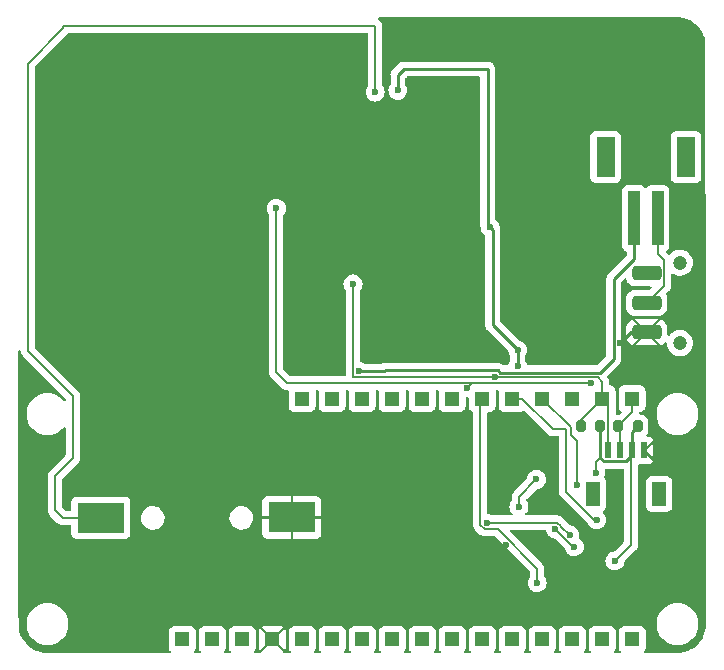
<source format=gbr>
%TF.GenerationSoftware,KiCad,Pcbnew,7.0.5*%
%TF.CreationDate,2023-12-18T11:55:02-06:00*%
%TF.ProjectId,peakick,7065616b-6963-46b2-9e6b-696361645f70,rev?*%
%TF.SameCoordinates,Original*%
%TF.FileFunction,Copper,L2,Bot*%
%TF.FilePolarity,Positive*%
%FSLAX46Y46*%
G04 Gerber Fmt 4.6, Leading zero omitted, Abs format (unit mm)*
G04 Created by KiCad (PCBNEW 7.0.5) date 2023-12-18 11:55:02*
%MOMM*%
%LPD*%
G01*
G04 APERTURE LIST*
G04 Aperture macros list*
%AMRoundRect*
0 Rectangle with rounded corners*
0 $1 Rounding radius*
0 $2 $3 $4 $5 $6 $7 $8 $9 X,Y pos of 4 corners*
0 Add a 4 corners polygon primitive as box body*
4,1,4,$2,$3,$4,$5,$6,$7,$8,$9,$2,$3,0*
0 Add four circle primitives for the rounded corners*
1,1,$1+$1,$2,$3*
1,1,$1+$1,$4,$5*
1,1,$1+$1,$6,$7*
1,1,$1+$1,$8,$9*
0 Add four rect primitives between the rounded corners*
20,1,$1+$1,$2,$3,$4,$5,0*
20,1,$1+$1,$4,$5,$6,$7,0*
20,1,$1+$1,$6,$7,$8,$9,0*
20,1,$1+$1,$8,$9,$2,$3,0*%
G04 Aperture macros list end*
%TA.AperFunction,ComponentPad*%
%ADD10R,1.270000X1.270000*%
%TD*%
%TA.AperFunction,SMDPad,CuDef*%
%ADD11RoundRect,0.200000X0.200000X0.275000X-0.200000X0.275000X-0.200000X-0.275000X0.200000X-0.275000X0*%
%TD*%
%TA.AperFunction,WasherPad*%
%ADD12C,1.200000*%
%TD*%
%TA.AperFunction,SMDPad,CuDef*%
%ADD13RoundRect,0.300000X-0.950000X0.300000X-0.950000X-0.300000X0.950000X-0.300000X0.950000X0.300000X0*%
%TD*%
%TA.AperFunction,SMDPad,CuDef*%
%ADD14R,4.000000X2.600000*%
%TD*%
%TA.AperFunction,SMDPad,CuDef*%
%ADD15R,1.000000X4.600000*%
%TD*%
%TA.AperFunction,SMDPad,CuDef*%
%ADD16R,1.600000X3.400000*%
%TD*%
%TA.AperFunction,SMDPad,CuDef*%
%ADD17R,0.600000X1.350000*%
%TD*%
%TA.AperFunction,SMDPad,CuDef*%
%ADD18R,1.200000X2.000000*%
%TD*%
%TA.AperFunction,ViaPad*%
%ADD19C,0.600000*%
%TD*%
%TA.AperFunction,Conductor*%
%ADD20C,0.250000*%
%TD*%
%TA.AperFunction,Conductor*%
%ADD21C,0.200000*%
%TD*%
G04 APERTURE END LIST*
D10*
%TO.P,J1,1,1*%
%TO.N,/BOOT0*%
X178070000Y-114730000D03*
%TO.P,J1,2,2*%
%TO.N,/D1{slash}TX*%
X175530000Y-114730000D03*
%TO.P,J1,3,3*%
%TO.N,/D0{slash}RX*%
X172990000Y-114730000D03*
%TO.P,J1,4,4*%
%TO.N,/CIPO*%
X170450000Y-114730000D03*
%TO.P,J1,5,5*%
%TO.N,/COPI*%
X167910000Y-114730000D03*
%TO.P,J1,6,6*%
%TO.N,/SCK*%
X165370000Y-114730000D03*
%TO.P,J1,7,7*%
%TO.N,/A5*%
X162830000Y-114730000D03*
%TO.P,J1,8,8*%
%TO.N,/A4*%
X160290000Y-114730000D03*
%TO.P,J1,9,9*%
%TO.N,/A3*%
X157750000Y-114730000D03*
%TO.P,J1,10,10*%
%TO.N,/A2*%
X155210000Y-114730000D03*
%TO.P,J1,11,11*%
%TO.N,/A1*%
X152670000Y-114730000D03*
%TO.P,J1,12,12*%
%TO.N,/A0*%
X150130000Y-114730000D03*
%TO.P,J1,13,13*%
%TO.N,GND*%
X147590000Y-114730000D03*
%TO.P,J1,14,14*%
%TO.N,unconnected-(J1-Pad14)*%
X145050000Y-114730000D03*
%TO.P,J1,15,15*%
%TO.N,3.3V*%
X142510000Y-114730000D03*
%TO.P,J1,16,16*%
%TO.N,/~{RESET}*%
X139970000Y-114730000D03*
%TD*%
%TO.P,J3,1,1*%
%TO.N,/SDA*%
X178060000Y-94360000D03*
%TO.P,J3,2,2*%
%TO.N,/SCL*%
X175520000Y-94360000D03*
%TO.P,J3,3,3*%
%TO.N,/D5*%
X172980000Y-94360000D03*
%TO.P,J3,4,4*%
%TO.N,/D6*%
X170440000Y-94360000D03*
%TO.P,J3,5,5*%
%TO.N,/D9*%
X167900000Y-94360000D03*
%TO.P,J3,6,6*%
%TO.N,/D10*%
X165360000Y-94360000D03*
%TO.P,J3,7,7*%
%TO.N,/D11*%
X162820000Y-94360000D03*
%TO.P,J3,8,8*%
%TO.N,/D12*%
X160280000Y-94360000D03*
%TO.P,J3,9,9*%
%TO.N,/D13*%
X157740000Y-94360000D03*
%TO.P,J3,10,10*%
%TO.N,/V_USB*%
X155200000Y-94360000D03*
%TO.P,J3,11,11*%
%TO.N,/EN*%
X152660000Y-94360000D03*
%TO.P,J3,12,12*%
%TO.N,V_BATT*%
X150120000Y-94360000D03*
%TD*%
D11*
%TO.P,R4,1*%
%TO.N,3.3V*%
X178545000Y-96680000D03*
%TO.P,R4,2*%
%TO.N,/SDA*%
X176895000Y-96680000D03*
%TD*%
D12*
%TO.P,SW1,*%
%TO.N,*%
X182100000Y-82850000D03*
X182100000Y-89650000D03*
D13*
%TO.P,SW1,1,A*%
%TO.N,unconnected-(SW1-A-Pad1)*%
X179300000Y-83750000D03*
%TO.P,SW1,2,B*%
%TO.N,Net-(SW1-B)*%
X179300000Y-86250000D03*
%TO.P,SW1,3,C*%
%TO.N,GND*%
X179300000Y-88750000D03*
%TD*%
D14*
%TO.P,B1,+,+*%
%TO.N,/VBACKUP*%
X133065000Y-104450000D03*
%TO.P,B1,-,-*%
%TO.N,GND*%
X149245000Y-104420000D03*
%TD*%
D11*
%TO.P,R5,1*%
%TO.N,3.3V*%
X175355000Y-96660000D03*
%TO.P,R5,2*%
%TO.N,/SCL*%
X173705000Y-96660000D03*
%TD*%
D15*
%TO.P,X1,1,1*%
%TO.N,Net-(SW1-B)*%
X180220000Y-79100000D03*
%TO.P,X1,2,2*%
%TO.N,V_BATT*%
X178220000Y-79100000D03*
D16*
%TO.P,X1,NC1*%
%TO.N,N/C*%
X182620000Y-73900000D03*
%TO.P,X1,NC2*%
X175820000Y-73900000D03*
%TD*%
D17*
%TO.P,J2,1,1*%
%TO.N,GND*%
X179060000Y-98746700D03*
%TO.P,J2,2,2*%
%TO.N,3.3V*%
X178060000Y-98746700D03*
%TO.P,J2,3,3*%
%TO.N,/SDA*%
X177060000Y-98746700D03*
%TO.P,J2,4,4*%
%TO.N,/SCL*%
X176060000Y-98746700D03*
D18*
%TO.P,J2,NC1*%
%TO.N,N/C*%
X174760000Y-102421700D03*
%TO.P,J2,NC2*%
X180360000Y-102421700D03*
%TD*%
D19*
%TO.N,GND*%
X160130000Y-68050000D03*
X173560000Y-109190000D03*
X164730000Y-72550000D03*
X161630000Y-82950000D03*
X167930000Y-76550000D03*
X152530000Y-81250000D03*
X162930000Y-81650000D03*
X152530000Y-71550000D03*
X168240000Y-101600000D03*
X160130000Y-81250000D03*
X154430000Y-68050000D03*
X149730000Y-81650000D03*
X151030000Y-82950000D03*
X152530000Y-67950000D03*
X160130000Y-84650000D03*
X152530000Y-84650000D03*
X151430000Y-80150000D03*
X151430000Y-72550000D03*
X174547589Y-105642399D03*
X162930000Y-71050000D03*
X167360000Y-106790000D03*
X177040000Y-89660000D03*
X161730000Y-69750000D03*
X147030000Y-80250000D03*
X167930000Y-79950000D03*
X148030000Y-72550000D03*
X167560000Y-109488900D03*
X150930000Y-69750000D03*
X161230000Y-80050000D03*
X154430000Y-71550000D03*
%TO.N,3.3V*%
X174980000Y-100670000D03*
X173160000Y-106891100D03*
X168380000Y-91621100D03*
X171560000Y-105387800D03*
X168480000Y-103500000D03*
X158230000Y-68250000D03*
X169960000Y-101190000D03*
X176610000Y-108090000D03*
X166030000Y-79850000D03*
X168380000Y-90250000D03*
%TO.N,V_BATT*%
X154931100Y-92048900D03*
%TO.N,/SDA*%
X174620000Y-93051100D03*
X172760000Y-105888900D03*
X164090000Y-93430000D03*
X165771915Y-104908085D03*
X147930000Y-78250000D03*
%TO.N,/SCL*%
X154430000Y-84650000D03*
X166463900Y-92488900D03*
%TO.N,/D6*%
X173380000Y-101660000D03*
%TO.N,/D9*%
X175058900Y-104622427D03*
%TO.N,/D10*%
X170020000Y-109950000D03*
%TO.N,/VBACKUP*%
X156300000Y-68400000D03*
%TD*%
D20*
%TO.N,GND*%
X177950000Y-88750000D02*
X177040000Y-89660000D01*
X179300000Y-88750000D02*
X179300000Y-88730000D01*
X179300000Y-88750000D02*
X177950000Y-88750000D01*
%TO.N,3.3V*%
X168380000Y-91621100D02*
X168380000Y-90250000D01*
D21*
X171560000Y-105387800D02*
X171560000Y-105398270D01*
D20*
X166249100Y-80069100D02*
X166030000Y-79850000D01*
X165830000Y-79650000D02*
X166030000Y-79850000D01*
X158230000Y-68250000D02*
X158230000Y-66950000D01*
D21*
X171560000Y-105398270D02*
X173052830Y-106891100D01*
X168480000Y-102670000D02*
X168480000Y-103500000D01*
D20*
X178060000Y-98746700D02*
X178060000Y-99121700D01*
X158230000Y-66950000D02*
X158730000Y-66450000D01*
D21*
X173052830Y-106891100D02*
X173160000Y-106891100D01*
X174980000Y-99720000D02*
X175355000Y-99345000D01*
X174980000Y-100670000D02*
X174980000Y-99720000D01*
D20*
X158730000Y-66450000D02*
X165830000Y-66450000D01*
D21*
X169960000Y-101190000D02*
X168480000Y-102670000D01*
D20*
X168380000Y-90250000D02*
X166249100Y-88119100D01*
X178060000Y-99121700D02*
X177533400Y-99648300D01*
X165830000Y-66450000D02*
X165830000Y-79650000D01*
X177533400Y-99648300D02*
X175658300Y-99648300D01*
D21*
X177940000Y-98866700D02*
X178060000Y-98746700D01*
X177940000Y-106760000D02*
X177940000Y-98866700D01*
D20*
X166249100Y-88119100D02*
X166249100Y-80069100D01*
X175658300Y-99648300D02*
X175355000Y-99345000D01*
X175355000Y-99345000D02*
X175355000Y-96660000D01*
X178060000Y-97165000D02*
X178060000Y-98746700D01*
X178545000Y-96680000D02*
X178060000Y-97165000D01*
D21*
X176610000Y-108090000D02*
X177940000Y-106760000D01*
D20*
%TO.N,V_BATT*%
X166867425Y-92147700D02*
X166682025Y-91962300D01*
X157157700Y-91962300D02*
X157110000Y-92010000D01*
X154970000Y-92010000D02*
X154931100Y-92048900D01*
X176513400Y-90985282D02*
X175350982Y-92147700D01*
X175350982Y-92147700D02*
X166867425Y-92147700D01*
X166682025Y-91962300D02*
X157157700Y-91962300D01*
X157110000Y-92010000D02*
X154970000Y-92010000D01*
X178220000Y-82500000D02*
X176513400Y-84206600D01*
X176513400Y-84206600D02*
X176513400Y-90985282D01*
X178220000Y-79100000D02*
X178220000Y-82500000D01*
D21*
%TO.N,/SDA*%
X172061600Y-105190500D02*
X172760000Y-105888900D01*
X165830000Y-104850000D02*
X171731570Y-104850000D01*
X164380000Y-93140000D02*
X164380000Y-93051100D01*
X178060000Y-95515000D02*
X176895000Y-96680000D01*
X176895000Y-96680000D02*
X177060000Y-96845000D01*
X165771915Y-104908085D02*
X165830000Y-104850000D01*
X148852200Y-93051100D02*
X147930000Y-92128900D01*
X171731570Y-104850000D02*
X172061600Y-105180030D01*
X174620000Y-93051100D02*
X164380000Y-93051100D01*
X147930000Y-92128900D02*
X147930000Y-78250000D01*
X164380000Y-93051100D02*
X148852200Y-93051100D01*
X178060000Y-94360000D02*
X178060000Y-95515000D01*
X177060000Y-96845000D02*
X177060000Y-98746700D01*
X164090000Y-93430000D02*
X164380000Y-93140000D01*
X172061600Y-105180030D02*
X172061600Y-105190500D01*
%TO.N,/SCL*%
X175140000Y-92550000D02*
X175520000Y-92930000D01*
X175520000Y-92930000D02*
X175520000Y-94360000D01*
X154430000Y-92550000D02*
X175140000Y-92550000D01*
X173705000Y-96175000D02*
X173705000Y-96660000D01*
X175520000Y-94360000D02*
X176060000Y-94900000D01*
X175520000Y-94360000D02*
X173705000Y-96175000D01*
X176060000Y-94900000D02*
X176060000Y-98746700D01*
X154430000Y-84650000D02*
X154430000Y-92550000D01*
%TO.N,/D6*%
X173370000Y-101650000D02*
X173380000Y-101660000D01*
X172880000Y-96800000D02*
X172880000Y-97430000D01*
X173370000Y-97920000D02*
X173370000Y-101650000D01*
X172880000Y-97430000D02*
X173370000Y-97920000D01*
X170440000Y-94360000D02*
X172880000Y-96800000D01*
%TO.N,/D9*%
X174872427Y-104622427D02*
X172490000Y-102240000D01*
X172490000Y-102240000D02*
X172490000Y-96920000D01*
X172490000Y-96920000D02*
X171326800Y-96920000D01*
X171326800Y-96920000D02*
X168766800Y-94360000D01*
X175058900Y-104622427D02*
X174872427Y-104622427D01*
X168766800Y-94360000D02*
X167900000Y-94360000D01*
%TO.N,/D10*%
X165564145Y-105409685D02*
X165180000Y-105025540D01*
X165180000Y-105025540D02*
X165180000Y-94540000D01*
X170020000Y-109950000D02*
X170020000Y-108740630D01*
X165180000Y-94540000D02*
X165360000Y-94360000D01*
X170020000Y-108740630D02*
X166689055Y-105409685D01*
X166689055Y-105409685D02*
X165564145Y-105409685D01*
%TO.N,/VBACKUP*%
X130700000Y-94100000D02*
X130700000Y-99400000D01*
X129900000Y-63000000D02*
X126900000Y-66000000D01*
X129900000Y-62800000D02*
X129900000Y-63000000D01*
X130700000Y-99400000D02*
X129200000Y-100900000D01*
X126900000Y-66000000D02*
X126900000Y-90300000D01*
X126900000Y-90300000D02*
X130700000Y-94100000D01*
X129200000Y-103800000D02*
X129850000Y-104450000D01*
X156300000Y-62800000D02*
X129900000Y-62800000D01*
X156300000Y-68400000D02*
X156300000Y-62800000D01*
X129850000Y-104450000D02*
X133065000Y-104450000D01*
X129200000Y-100900000D02*
X129200000Y-103800000D01*
%TO.N,Net-(SW1-B)*%
X180220000Y-82103634D02*
X180751600Y-82635234D01*
X180751600Y-82635234D02*
X180751600Y-84798400D01*
X180751600Y-84798400D02*
X179300000Y-86250000D01*
X180220000Y-79100000D02*
X180220000Y-82103634D01*
%TD*%
%TA.AperFunction,Conductor*%
%TO.N,GND*%
G36*
X181861436Y-62062181D02*
G01*
X182136755Y-62077955D01*
X182142371Y-62078600D01*
X182337723Y-62112490D01*
X182412700Y-62125497D01*
X182418214Y-62126782D01*
X182681425Y-62204267D01*
X182686745Y-62206171D01*
X182939360Y-62313226D01*
X182944446Y-62315734D01*
X183183165Y-62450952D01*
X183187932Y-62454025D01*
X183409631Y-62615638D01*
X183414015Y-62619236D01*
X183615798Y-62805132D01*
X183619737Y-62809202D01*
X183798963Y-63016953D01*
X183802400Y-63021433D01*
X183896763Y-63160172D01*
X183956700Y-63248295D01*
X183959616Y-63253159D01*
X184086977Y-63496169D01*
X184089318Y-63501334D01*
X184188069Y-63757295D01*
X184189804Y-63762695D01*
X184233909Y-63932819D01*
X184237076Y-63957296D01*
X184273219Y-73697647D01*
X184297900Y-80349077D01*
X184297900Y-113403619D01*
X184297590Y-113406052D01*
X184297890Y-113442931D01*
X184297824Y-113445921D01*
X184282804Y-113732965D01*
X184282132Y-113738910D01*
X184232884Y-114020556D01*
X184231500Y-114026376D01*
X184148661Y-114300042D01*
X184146586Y-114305653D01*
X184083400Y-114449160D01*
X184037642Y-114553085D01*
X184031366Y-114567338D01*
X184028631Y-114572654D01*
X184022839Y-114582414D01*
X183882706Y-114818546D01*
X183879348Y-114823497D01*
X183704852Y-115050005D01*
X183700921Y-115054516D01*
X183500397Y-115258338D01*
X183495952Y-115262341D01*
X183272319Y-115440509D01*
X183267424Y-115443947D01*
X183025121Y-115593140D01*
X183023953Y-115593859D01*
X183018678Y-115596682D01*
X182758909Y-115716154D01*
X182753332Y-115718321D01*
X182481046Y-115805616D01*
X182475249Y-115807095D01*
X182330585Y-115834830D01*
X182194436Y-115860931D01*
X182188510Y-115861700D01*
X182090628Y-115868424D01*
X181901973Y-115881384D01*
X181898599Y-115881500D01*
X179141331Y-115881500D01*
X179083140Y-115862593D01*
X179047176Y-115813093D01*
X179047176Y-115751907D01*
X179062078Y-115723171D01*
X179065709Y-115718321D01*
X179148796Y-115607331D01*
X179148887Y-115607089D01*
X179199089Y-115472488D01*
X179199090Y-115472485D01*
X179199091Y-115472483D01*
X179205500Y-115412873D01*
X179205499Y-114047128D01*
X179199091Y-113987517D01*
X179160054Y-113882852D01*
X179148797Y-113852670D01*
X179062549Y-113737458D01*
X179062548Y-113737457D01*
X179062546Y-113737454D01*
X179059594Y-113735244D01*
X178947329Y-113651202D01*
X178812488Y-113600910D01*
X178812483Y-113600909D01*
X178812481Y-113600908D01*
X178812477Y-113600908D01*
X178781249Y-113597550D01*
X178752873Y-113594500D01*
X178752870Y-113594500D01*
X177387133Y-113594500D01*
X177387129Y-113594500D01*
X177387128Y-113594501D01*
X177382486Y-113595000D01*
X177327519Y-113600908D01*
X177327514Y-113600909D01*
X177192670Y-113651202D01*
X177077458Y-113737450D01*
X177077450Y-113737458D01*
X176991202Y-113852670D01*
X176940910Y-113987511D01*
X176940908Y-113987522D01*
X176934500Y-114047129D01*
X176934500Y-115412866D01*
X176934501Y-115412870D01*
X176940908Y-115472480D01*
X176940909Y-115472485D01*
X176991202Y-115607329D01*
X177060685Y-115700146D01*
X177073608Y-115717409D01*
X177077922Y-115723171D01*
X177097659Y-115781086D01*
X177079585Y-115839540D01*
X177030604Y-115876208D01*
X176998669Y-115881500D01*
X176601331Y-115881500D01*
X176543140Y-115862593D01*
X176507176Y-115813093D01*
X176507176Y-115751907D01*
X176522078Y-115723171D01*
X176525709Y-115718321D01*
X176608796Y-115607331D01*
X176608887Y-115607089D01*
X176659089Y-115472488D01*
X176659090Y-115472485D01*
X176659091Y-115472483D01*
X176665500Y-115412873D01*
X176665499Y-114047128D01*
X176659091Y-113987517D01*
X176620054Y-113882852D01*
X176608797Y-113852670D01*
X176522549Y-113737458D01*
X176522548Y-113737457D01*
X176522546Y-113737454D01*
X176519594Y-113735244D01*
X176407329Y-113651202D01*
X176272488Y-113600910D01*
X176272483Y-113600909D01*
X176272481Y-113600908D01*
X176272477Y-113600908D01*
X176241249Y-113597550D01*
X176212873Y-113594500D01*
X176212870Y-113594500D01*
X174847133Y-113594500D01*
X174847129Y-113594500D01*
X174847128Y-113594501D01*
X174842486Y-113595000D01*
X174787519Y-113600908D01*
X174787514Y-113600909D01*
X174652670Y-113651202D01*
X174537458Y-113737450D01*
X174537450Y-113737458D01*
X174451202Y-113852670D01*
X174400910Y-113987511D01*
X174400908Y-113987522D01*
X174394500Y-114047129D01*
X174394500Y-115412866D01*
X174394501Y-115412870D01*
X174400908Y-115472480D01*
X174400909Y-115472485D01*
X174451202Y-115607329D01*
X174520685Y-115700146D01*
X174533608Y-115717409D01*
X174537922Y-115723171D01*
X174557659Y-115781086D01*
X174539585Y-115839540D01*
X174490604Y-115876208D01*
X174458669Y-115881500D01*
X174061331Y-115881500D01*
X174003140Y-115862593D01*
X173967176Y-115813093D01*
X173967176Y-115751907D01*
X173982078Y-115723171D01*
X173985709Y-115718321D01*
X174068796Y-115607331D01*
X174068887Y-115607089D01*
X174119089Y-115472488D01*
X174119090Y-115472485D01*
X174119091Y-115472483D01*
X174125500Y-115412873D01*
X174125499Y-114047128D01*
X174119091Y-113987517D01*
X174080054Y-113882852D01*
X174068797Y-113852670D01*
X173982549Y-113737458D01*
X173982548Y-113737457D01*
X173982546Y-113737454D01*
X173979594Y-113735244D01*
X173867329Y-113651202D01*
X173732488Y-113600910D01*
X173732483Y-113600909D01*
X173732481Y-113600908D01*
X173732477Y-113600908D01*
X173701249Y-113597550D01*
X173672873Y-113594500D01*
X173672870Y-113594500D01*
X172307133Y-113594500D01*
X172307129Y-113594500D01*
X172307128Y-113594501D01*
X172302486Y-113595000D01*
X172247519Y-113600908D01*
X172247514Y-113600909D01*
X172112670Y-113651202D01*
X171997458Y-113737450D01*
X171997450Y-113737458D01*
X171911202Y-113852670D01*
X171860910Y-113987511D01*
X171860908Y-113987522D01*
X171854500Y-114047129D01*
X171854500Y-115412866D01*
X171854501Y-115412870D01*
X171860908Y-115472480D01*
X171860909Y-115472485D01*
X171911202Y-115607329D01*
X171980685Y-115700146D01*
X171993608Y-115717409D01*
X171997922Y-115723171D01*
X172017659Y-115781086D01*
X171999585Y-115839540D01*
X171950604Y-115876208D01*
X171918669Y-115881500D01*
X171521331Y-115881500D01*
X171463140Y-115862593D01*
X171427176Y-115813093D01*
X171427176Y-115751907D01*
X171442078Y-115723171D01*
X171445709Y-115718321D01*
X171528796Y-115607331D01*
X171528887Y-115607089D01*
X171579089Y-115472488D01*
X171579090Y-115472485D01*
X171579091Y-115472483D01*
X171585500Y-115412873D01*
X171585499Y-114047128D01*
X171579091Y-113987517D01*
X171540054Y-113882852D01*
X171528797Y-113852670D01*
X171442549Y-113737458D01*
X171442548Y-113737457D01*
X171442546Y-113737454D01*
X171439594Y-113735244D01*
X171327329Y-113651202D01*
X171192488Y-113600910D01*
X171192483Y-113600909D01*
X171192481Y-113600908D01*
X171192477Y-113600908D01*
X171161249Y-113597550D01*
X171132873Y-113594500D01*
X171132870Y-113594500D01*
X169767133Y-113594500D01*
X169767129Y-113594500D01*
X169767128Y-113594501D01*
X169762486Y-113595000D01*
X169707519Y-113600908D01*
X169707514Y-113600909D01*
X169572670Y-113651202D01*
X169457458Y-113737450D01*
X169457450Y-113737458D01*
X169371202Y-113852670D01*
X169320910Y-113987511D01*
X169320908Y-113987522D01*
X169314500Y-114047129D01*
X169314500Y-115412866D01*
X169314501Y-115412870D01*
X169320908Y-115472480D01*
X169320909Y-115472485D01*
X169371202Y-115607329D01*
X169440685Y-115700146D01*
X169453608Y-115717409D01*
X169457922Y-115723171D01*
X169477659Y-115781086D01*
X169459585Y-115839540D01*
X169410604Y-115876208D01*
X169378669Y-115881500D01*
X168981331Y-115881500D01*
X168923140Y-115862593D01*
X168887176Y-115813093D01*
X168887176Y-115751907D01*
X168902078Y-115723171D01*
X168905709Y-115718321D01*
X168988796Y-115607331D01*
X168988887Y-115607089D01*
X169039089Y-115472488D01*
X169039090Y-115472485D01*
X169039091Y-115472483D01*
X169045500Y-115412873D01*
X169045499Y-114047128D01*
X169039091Y-113987517D01*
X169000054Y-113882852D01*
X168988797Y-113852670D01*
X168902549Y-113737458D01*
X168902548Y-113737457D01*
X168902546Y-113737454D01*
X168899594Y-113735244D01*
X168787329Y-113651202D01*
X168652488Y-113600910D01*
X168652483Y-113600909D01*
X168652481Y-113600908D01*
X168652477Y-113600908D01*
X168621249Y-113597550D01*
X168592873Y-113594500D01*
X168592870Y-113594500D01*
X167227133Y-113594500D01*
X167227129Y-113594500D01*
X167227128Y-113594501D01*
X167222486Y-113595000D01*
X167167519Y-113600908D01*
X167167514Y-113600909D01*
X167032670Y-113651202D01*
X166917458Y-113737450D01*
X166917450Y-113737458D01*
X166831202Y-113852670D01*
X166780910Y-113987511D01*
X166780908Y-113987522D01*
X166774500Y-114047129D01*
X166774500Y-115412866D01*
X166774501Y-115412870D01*
X166780908Y-115472480D01*
X166780909Y-115472485D01*
X166831202Y-115607329D01*
X166900685Y-115700146D01*
X166913608Y-115717409D01*
X166917922Y-115723171D01*
X166937659Y-115781086D01*
X166919585Y-115839540D01*
X166870604Y-115876208D01*
X166838669Y-115881500D01*
X166441331Y-115881500D01*
X166383140Y-115862593D01*
X166347176Y-115813093D01*
X166347176Y-115751907D01*
X166362078Y-115723171D01*
X166365709Y-115718321D01*
X166448796Y-115607331D01*
X166448887Y-115607089D01*
X166499089Y-115472488D01*
X166499090Y-115472485D01*
X166499091Y-115472483D01*
X166505500Y-115412873D01*
X166505499Y-114047128D01*
X166499091Y-113987517D01*
X166460054Y-113882852D01*
X166448797Y-113852670D01*
X166362549Y-113737458D01*
X166362548Y-113737457D01*
X166362546Y-113737454D01*
X166359594Y-113735244D01*
X166247329Y-113651202D01*
X166112488Y-113600910D01*
X166112483Y-113600909D01*
X166112481Y-113600908D01*
X166112477Y-113600908D01*
X166081249Y-113597550D01*
X166052873Y-113594500D01*
X166052870Y-113594500D01*
X164687133Y-113594500D01*
X164687129Y-113594500D01*
X164687128Y-113594501D01*
X164682486Y-113595000D01*
X164627519Y-113600908D01*
X164627514Y-113600909D01*
X164492670Y-113651202D01*
X164377458Y-113737450D01*
X164377450Y-113737458D01*
X164291202Y-113852670D01*
X164240910Y-113987511D01*
X164240908Y-113987522D01*
X164234500Y-114047129D01*
X164234500Y-115412866D01*
X164234501Y-115412870D01*
X164240908Y-115472480D01*
X164240909Y-115472485D01*
X164291202Y-115607329D01*
X164360685Y-115700146D01*
X164373608Y-115717409D01*
X164377922Y-115723171D01*
X164397659Y-115781086D01*
X164379585Y-115839540D01*
X164330604Y-115876208D01*
X164298669Y-115881500D01*
X163901331Y-115881500D01*
X163843140Y-115862593D01*
X163807176Y-115813093D01*
X163807176Y-115751907D01*
X163822078Y-115723171D01*
X163825709Y-115718321D01*
X163908796Y-115607331D01*
X163908887Y-115607089D01*
X163959089Y-115472488D01*
X163959090Y-115472485D01*
X163959091Y-115472483D01*
X163965500Y-115412873D01*
X163965499Y-114047128D01*
X163959091Y-113987517D01*
X163920054Y-113882852D01*
X163908797Y-113852670D01*
X163822549Y-113737458D01*
X163822548Y-113737457D01*
X163822546Y-113737454D01*
X163819594Y-113735244D01*
X163707329Y-113651202D01*
X163572488Y-113600910D01*
X163572483Y-113600909D01*
X163572481Y-113600908D01*
X163572477Y-113600908D01*
X163541249Y-113597550D01*
X163512873Y-113594500D01*
X163512870Y-113594500D01*
X162147133Y-113594500D01*
X162147129Y-113594500D01*
X162147128Y-113594501D01*
X162142486Y-113595000D01*
X162087519Y-113600908D01*
X162087514Y-113600909D01*
X161952670Y-113651202D01*
X161837458Y-113737450D01*
X161837450Y-113737458D01*
X161751202Y-113852670D01*
X161700910Y-113987511D01*
X161700908Y-113987522D01*
X161694500Y-114047129D01*
X161694500Y-115412866D01*
X161694501Y-115412870D01*
X161700908Y-115472480D01*
X161700909Y-115472485D01*
X161751202Y-115607329D01*
X161820685Y-115700146D01*
X161833608Y-115717409D01*
X161837922Y-115723171D01*
X161857659Y-115781086D01*
X161839585Y-115839540D01*
X161790604Y-115876208D01*
X161758669Y-115881500D01*
X161361331Y-115881500D01*
X161303140Y-115862593D01*
X161267176Y-115813093D01*
X161267176Y-115751907D01*
X161282078Y-115723171D01*
X161285709Y-115718321D01*
X161368796Y-115607331D01*
X161368887Y-115607089D01*
X161419089Y-115472488D01*
X161419090Y-115472485D01*
X161419091Y-115472483D01*
X161425500Y-115412873D01*
X161425499Y-114047128D01*
X161419091Y-113987517D01*
X161380054Y-113882852D01*
X161368797Y-113852670D01*
X161282549Y-113737458D01*
X161282548Y-113737457D01*
X161282546Y-113737454D01*
X161279594Y-113735244D01*
X161167329Y-113651202D01*
X161032488Y-113600910D01*
X161032483Y-113600909D01*
X161032481Y-113600908D01*
X161032477Y-113600908D01*
X161001249Y-113597550D01*
X160972873Y-113594500D01*
X160972870Y-113594500D01*
X159607133Y-113594500D01*
X159607129Y-113594500D01*
X159607128Y-113594501D01*
X159602486Y-113595000D01*
X159547519Y-113600908D01*
X159547514Y-113600909D01*
X159412670Y-113651202D01*
X159297458Y-113737450D01*
X159297450Y-113737458D01*
X159211202Y-113852670D01*
X159160910Y-113987511D01*
X159160908Y-113987522D01*
X159154500Y-114047129D01*
X159154500Y-115412866D01*
X159154501Y-115412870D01*
X159160908Y-115472480D01*
X159160909Y-115472485D01*
X159211202Y-115607329D01*
X159280685Y-115700146D01*
X159293608Y-115717409D01*
X159297922Y-115723171D01*
X159317659Y-115781086D01*
X159299585Y-115839540D01*
X159250604Y-115876208D01*
X159218669Y-115881500D01*
X158821331Y-115881500D01*
X158763140Y-115862593D01*
X158727176Y-115813093D01*
X158727176Y-115751907D01*
X158742078Y-115723171D01*
X158745709Y-115718321D01*
X158828796Y-115607331D01*
X158828887Y-115607089D01*
X158879089Y-115472488D01*
X158879090Y-115472485D01*
X158879091Y-115472483D01*
X158885500Y-115412873D01*
X158885499Y-114047128D01*
X158879091Y-113987517D01*
X158840054Y-113882852D01*
X158828797Y-113852670D01*
X158742549Y-113737458D01*
X158742548Y-113737457D01*
X158742546Y-113737454D01*
X158739594Y-113735244D01*
X158627329Y-113651202D01*
X158492488Y-113600910D01*
X158492483Y-113600909D01*
X158492481Y-113600908D01*
X158492477Y-113600908D01*
X158461249Y-113597550D01*
X158432873Y-113594500D01*
X158432870Y-113594500D01*
X157067133Y-113594500D01*
X157067129Y-113594500D01*
X157067128Y-113594501D01*
X157062486Y-113595000D01*
X157007519Y-113600908D01*
X157007514Y-113600909D01*
X156872670Y-113651202D01*
X156757458Y-113737450D01*
X156757450Y-113737458D01*
X156671202Y-113852670D01*
X156620910Y-113987511D01*
X156620908Y-113987522D01*
X156614500Y-114047129D01*
X156614500Y-115412866D01*
X156614501Y-115412870D01*
X156620908Y-115472480D01*
X156620909Y-115472485D01*
X156671202Y-115607329D01*
X156740685Y-115700146D01*
X156753608Y-115717409D01*
X156757922Y-115723171D01*
X156777659Y-115781086D01*
X156759585Y-115839540D01*
X156710604Y-115876208D01*
X156678669Y-115881500D01*
X156281331Y-115881500D01*
X156223140Y-115862593D01*
X156187176Y-115813093D01*
X156187176Y-115751907D01*
X156202078Y-115723171D01*
X156205709Y-115718321D01*
X156288796Y-115607331D01*
X156288887Y-115607089D01*
X156339089Y-115472488D01*
X156339090Y-115472485D01*
X156339091Y-115472483D01*
X156345500Y-115412873D01*
X156345499Y-114047128D01*
X156339091Y-113987517D01*
X156300054Y-113882852D01*
X156288797Y-113852670D01*
X156202549Y-113737458D01*
X156202548Y-113737457D01*
X156202546Y-113737454D01*
X156199594Y-113735244D01*
X156087329Y-113651202D01*
X155952488Y-113600910D01*
X155952483Y-113600909D01*
X155952481Y-113600908D01*
X155952477Y-113600908D01*
X155921249Y-113597550D01*
X155892873Y-113594500D01*
X155892870Y-113594500D01*
X154527133Y-113594500D01*
X154527129Y-113594500D01*
X154527128Y-113594501D01*
X154522486Y-113595000D01*
X154467519Y-113600908D01*
X154467514Y-113600909D01*
X154332670Y-113651202D01*
X154217458Y-113737450D01*
X154217450Y-113737458D01*
X154131202Y-113852670D01*
X154080910Y-113987511D01*
X154080908Y-113987522D01*
X154074500Y-114047129D01*
X154074500Y-115412866D01*
X154074501Y-115412870D01*
X154080908Y-115472480D01*
X154080909Y-115472485D01*
X154131202Y-115607329D01*
X154200685Y-115700146D01*
X154213608Y-115717409D01*
X154217922Y-115723171D01*
X154237659Y-115781086D01*
X154219585Y-115839540D01*
X154170604Y-115876208D01*
X154138669Y-115881500D01*
X153741331Y-115881500D01*
X153683140Y-115862593D01*
X153647176Y-115813093D01*
X153647176Y-115751907D01*
X153662078Y-115723171D01*
X153665709Y-115718321D01*
X153748796Y-115607331D01*
X153748887Y-115607089D01*
X153799089Y-115472488D01*
X153799090Y-115472485D01*
X153799091Y-115472483D01*
X153805500Y-115412873D01*
X153805499Y-114047128D01*
X153799091Y-113987517D01*
X153760054Y-113882852D01*
X153748797Y-113852670D01*
X153662549Y-113737458D01*
X153662548Y-113737457D01*
X153662546Y-113737454D01*
X153659594Y-113735244D01*
X153547329Y-113651202D01*
X153412488Y-113600910D01*
X153412483Y-113600909D01*
X153412481Y-113600908D01*
X153412477Y-113600908D01*
X153381249Y-113597550D01*
X153352873Y-113594500D01*
X153352870Y-113594500D01*
X151987133Y-113594500D01*
X151987129Y-113594500D01*
X151987128Y-113594501D01*
X151982486Y-113595000D01*
X151927519Y-113600908D01*
X151927514Y-113600909D01*
X151792670Y-113651202D01*
X151677458Y-113737450D01*
X151677450Y-113737458D01*
X151591202Y-113852670D01*
X151540910Y-113987511D01*
X151540908Y-113987522D01*
X151534500Y-114047129D01*
X151534500Y-115412866D01*
X151534501Y-115412870D01*
X151540908Y-115472480D01*
X151540909Y-115472485D01*
X151591202Y-115607329D01*
X151660685Y-115700146D01*
X151673608Y-115717409D01*
X151677922Y-115723171D01*
X151697659Y-115781086D01*
X151679585Y-115839540D01*
X151630604Y-115876208D01*
X151598669Y-115881500D01*
X151201331Y-115881500D01*
X151143140Y-115862593D01*
X151107176Y-115813093D01*
X151107176Y-115751907D01*
X151122078Y-115723171D01*
X151125709Y-115718321D01*
X151208796Y-115607331D01*
X151208887Y-115607089D01*
X151259089Y-115472488D01*
X151259090Y-115472485D01*
X151259091Y-115472483D01*
X151265500Y-115412873D01*
X151265499Y-114047128D01*
X151259091Y-113987517D01*
X151220054Y-113882852D01*
X151208797Y-113852670D01*
X151122549Y-113737458D01*
X151122548Y-113737457D01*
X151122546Y-113737454D01*
X151119594Y-113735244D01*
X151007329Y-113651202D01*
X150872488Y-113600910D01*
X150872483Y-113600909D01*
X150872481Y-113600908D01*
X150872477Y-113600908D01*
X150841249Y-113597550D01*
X150812873Y-113594500D01*
X150812870Y-113594500D01*
X149447133Y-113594500D01*
X149447129Y-113594500D01*
X149447128Y-113594501D01*
X149442486Y-113595000D01*
X149387519Y-113600908D01*
X149387514Y-113600909D01*
X149252670Y-113651202D01*
X149137458Y-113737450D01*
X149137450Y-113737458D01*
X149051202Y-113852670D01*
X149000910Y-113987511D01*
X149000908Y-113987522D01*
X148994500Y-114047129D01*
X148994500Y-115412866D01*
X148994501Y-115412870D01*
X149000908Y-115472480D01*
X149000909Y-115472485D01*
X149051202Y-115607329D01*
X149120685Y-115700146D01*
X149133608Y-115717409D01*
X149137922Y-115723171D01*
X149157659Y-115781086D01*
X149139585Y-115839540D01*
X149090604Y-115876208D01*
X149058669Y-115881500D01*
X148600580Y-115881500D01*
X148542389Y-115862593D01*
X148506425Y-115813093D01*
X148502917Y-115784340D01*
X147874359Y-115155782D01*
X147977869Y-115066090D01*
X148012940Y-115011517D01*
X148642733Y-115641310D01*
X148668352Y-115607089D01*
X148718596Y-115472378D01*
X148718598Y-115472370D01*
X148725000Y-115412824D01*
X148725000Y-114047175D01*
X148718598Y-113987629D01*
X148718596Y-113987618D01*
X148668354Y-113852913D01*
X148642733Y-113818688D01*
X148012939Y-114448481D01*
X147977869Y-114393910D01*
X147874358Y-114304216D01*
X148501310Y-113677265D01*
X148467086Y-113651645D01*
X148467087Y-113651645D01*
X148332381Y-113601403D01*
X148332370Y-113601401D01*
X148272824Y-113595000D01*
X146907176Y-113595000D01*
X146847629Y-113601401D01*
X146847618Y-113601403D01*
X146712912Y-113651645D01*
X146678688Y-113677265D01*
X147305640Y-114304217D01*
X147202131Y-114393910D01*
X147167059Y-114448482D01*
X146537265Y-113818688D01*
X146511645Y-113852912D01*
X146461403Y-113987618D01*
X146461401Y-113987629D01*
X146455000Y-114047175D01*
X146455000Y-115412824D01*
X146454999Y-115412824D01*
X146461401Y-115472370D01*
X146461403Y-115472381D01*
X146511645Y-115607086D01*
X146537265Y-115641310D01*
X147167058Y-115011516D01*
X147202131Y-115066090D01*
X147305639Y-115155781D01*
X146675592Y-115785829D01*
X146663457Y-115834830D01*
X146616648Y-115874233D01*
X146579418Y-115881500D01*
X146121331Y-115881500D01*
X146063140Y-115862593D01*
X146027176Y-115813093D01*
X146027176Y-115751907D01*
X146042078Y-115723171D01*
X146045709Y-115718321D01*
X146128796Y-115607331D01*
X146128887Y-115607089D01*
X146179089Y-115472488D01*
X146179090Y-115472485D01*
X146179091Y-115472483D01*
X146185500Y-115412873D01*
X146185499Y-114047128D01*
X146179091Y-113987517D01*
X146140054Y-113882852D01*
X146128797Y-113852670D01*
X146042549Y-113737458D01*
X146042548Y-113737457D01*
X146042546Y-113737454D01*
X146039594Y-113735244D01*
X145927329Y-113651202D01*
X145792488Y-113600910D01*
X145792483Y-113600909D01*
X145792481Y-113600908D01*
X145792477Y-113600908D01*
X145761249Y-113597550D01*
X145732873Y-113594500D01*
X145732870Y-113594500D01*
X144367133Y-113594500D01*
X144367129Y-113594500D01*
X144367128Y-113594501D01*
X144362486Y-113595000D01*
X144307519Y-113600908D01*
X144307514Y-113600909D01*
X144172670Y-113651202D01*
X144057458Y-113737450D01*
X144057450Y-113737458D01*
X143971202Y-113852670D01*
X143920910Y-113987511D01*
X143920908Y-113987522D01*
X143914500Y-114047129D01*
X143914500Y-115412866D01*
X143914501Y-115412870D01*
X143920908Y-115472480D01*
X143920909Y-115472485D01*
X143971202Y-115607329D01*
X144040685Y-115700146D01*
X144053608Y-115717409D01*
X144057922Y-115723171D01*
X144077659Y-115781086D01*
X144059585Y-115839540D01*
X144010604Y-115876208D01*
X143978669Y-115881500D01*
X143581331Y-115881500D01*
X143523140Y-115862593D01*
X143487176Y-115813093D01*
X143487176Y-115751907D01*
X143502078Y-115723171D01*
X143505709Y-115718321D01*
X143588796Y-115607331D01*
X143588887Y-115607089D01*
X143639089Y-115472488D01*
X143639090Y-115472485D01*
X143639091Y-115472483D01*
X143645500Y-115412873D01*
X143645499Y-114047128D01*
X143639091Y-113987517D01*
X143600054Y-113882852D01*
X143588797Y-113852670D01*
X143502549Y-113737458D01*
X143502548Y-113737457D01*
X143502546Y-113737454D01*
X143499594Y-113735244D01*
X143387329Y-113651202D01*
X143252488Y-113600910D01*
X143252483Y-113600909D01*
X143252481Y-113600908D01*
X143252477Y-113600908D01*
X143221249Y-113597550D01*
X143192873Y-113594500D01*
X143192870Y-113594500D01*
X141827133Y-113594500D01*
X141827129Y-113594500D01*
X141827128Y-113594501D01*
X141822486Y-113595000D01*
X141767519Y-113600908D01*
X141767514Y-113600909D01*
X141632670Y-113651202D01*
X141517458Y-113737450D01*
X141517450Y-113737458D01*
X141431202Y-113852670D01*
X141380910Y-113987511D01*
X141380908Y-113987522D01*
X141374500Y-114047129D01*
X141374500Y-115412866D01*
X141374501Y-115412870D01*
X141380908Y-115472480D01*
X141380909Y-115472485D01*
X141431202Y-115607329D01*
X141500685Y-115700146D01*
X141513608Y-115717409D01*
X141517922Y-115723171D01*
X141537659Y-115781086D01*
X141519585Y-115839540D01*
X141470604Y-115876208D01*
X141438669Y-115881500D01*
X141041331Y-115881500D01*
X140983140Y-115862593D01*
X140947176Y-115813093D01*
X140947176Y-115751907D01*
X140962078Y-115723171D01*
X140965709Y-115718321D01*
X141048796Y-115607331D01*
X141048887Y-115607089D01*
X141099089Y-115472488D01*
X141099090Y-115472485D01*
X141099091Y-115472483D01*
X141105500Y-115412873D01*
X141105499Y-114047128D01*
X141099091Y-113987517D01*
X141060054Y-113882852D01*
X141048797Y-113852670D01*
X140962549Y-113737458D01*
X140962548Y-113737457D01*
X140962546Y-113737454D01*
X140959594Y-113735244D01*
X140847329Y-113651202D01*
X140712488Y-113600910D01*
X140712483Y-113600909D01*
X140712481Y-113600908D01*
X140712477Y-113600908D01*
X140681249Y-113597550D01*
X140652873Y-113594500D01*
X140652870Y-113594500D01*
X139287133Y-113594500D01*
X139287129Y-113594500D01*
X139287128Y-113594501D01*
X139282486Y-113595000D01*
X139227519Y-113600908D01*
X139227514Y-113600909D01*
X139092670Y-113651202D01*
X138977458Y-113737450D01*
X138977450Y-113737458D01*
X138891202Y-113852670D01*
X138840910Y-113987511D01*
X138840908Y-113987522D01*
X138834500Y-114047129D01*
X138834500Y-115412866D01*
X138834501Y-115412870D01*
X138840908Y-115472480D01*
X138840909Y-115472485D01*
X138891202Y-115607329D01*
X138960685Y-115700146D01*
X138973608Y-115717409D01*
X138977922Y-115723171D01*
X138997659Y-115781086D01*
X138979585Y-115839540D01*
X138930604Y-115876208D01*
X138898669Y-115881500D01*
X128601280Y-115881500D01*
X128600029Y-115881338D01*
X128562191Y-115881494D01*
X128559201Y-115881416D01*
X128366252Y-115870543D01*
X128268466Y-115865032D01*
X128262530Y-115864336D01*
X127977387Y-115813295D01*
X127971573Y-115811887D01*
X127694660Y-115726849D01*
X127689057Y-115724750D01*
X127425258Y-115607331D01*
X127424410Y-115606953D01*
X127419104Y-115604196D01*
X127170594Y-115455365D01*
X127165656Y-115451987D01*
X126936886Y-115274278D01*
X126932391Y-115270329D01*
X126922454Y-115260474D01*
X126726718Y-115066349D01*
X126722732Y-115061888D01*
X126715218Y-115052379D01*
X126543142Y-114834604D01*
X126539724Y-114829696D01*
X126388835Y-114582414D01*
X126386033Y-114577128D01*
X126275094Y-114333338D01*
X126266049Y-114313461D01*
X126263914Y-114307902D01*
X126176582Y-114031682D01*
X126175128Y-114025884D01*
X126174129Y-114020556D01*
X126121729Y-113741169D01*
X126120985Y-113735244D01*
X126117236Y-113677265D01*
X126112689Y-113606948D01*
X126112591Y-113604224D01*
X126112386Y-113576583D01*
X126786600Y-113576583D01*
X126826238Y-113839565D01*
X126826240Y-113839575D01*
X126904633Y-114093716D01*
X127006696Y-114305653D01*
X127020029Y-114333338D01*
X127169850Y-114553085D01*
X127169853Y-114553088D01*
X127169855Y-114553091D01*
X127350747Y-114748046D01*
X127350759Y-114748057D01*
X127558676Y-114913865D01*
X127558685Y-114913872D01*
X127558689Y-114913874D01*
X127558690Y-114913875D01*
X127789001Y-115046845D01*
X127789005Y-115046847D01*
X127789014Y-115046852D01*
X128036590Y-115144019D01*
X128295883Y-115203201D01*
X128362155Y-115208167D01*
X128494691Y-115218100D01*
X128494699Y-115218100D01*
X128627509Y-115218100D01*
X128749849Y-115208931D01*
X128826317Y-115203201D01*
X129085610Y-115144019D01*
X129333186Y-115046852D01*
X129563515Y-114913872D01*
X129771451Y-114748048D01*
X129952350Y-114553085D01*
X130102171Y-114333338D01*
X130217567Y-114093716D01*
X130295961Y-113839571D01*
X130335600Y-113576583D01*
X180126600Y-113576583D01*
X180166238Y-113839565D01*
X180166240Y-113839575D01*
X180244633Y-114093716D01*
X180346696Y-114305653D01*
X180360029Y-114333338D01*
X180509850Y-114553085D01*
X180509853Y-114553088D01*
X180509855Y-114553091D01*
X180690747Y-114748046D01*
X180690759Y-114748057D01*
X180898676Y-114913865D01*
X180898685Y-114913872D01*
X180898689Y-114913874D01*
X180898690Y-114913875D01*
X181129001Y-115046845D01*
X181129005Y-115046847D01*
X181129014Y-115046852D01*
X181376590Y-115144019D01*
X181635883Y-115203201D01*
X181702154Y-115208167D01*
X181834691Y-115218100D01*
X181834699Y-115218100D01*
X181967509Y-115218100D01*
X182089849Y-115208931D01*
X182166317Y-115203201D01*
X182425610Y-115144019D01*
X182673186Y-115046852D01*
X182903515Y-114913872D01*
X183111451Y-114748048D01*
X183292350Y-114553085D01*
X183442171Y-114333338D01*
X183557567Y-114093716D01*
X183635961Y-113839571D01*
X183675600Y-113576580D01*
X183675600Y-113310620D01*
X183635961Y-113047629D01*
X183557567Y-112793484D01*
X183442171Y-112553862D01*
X183292350Y-112334115D01*
X183159115Y-112190522D01*
X183111452Y-112139153D01*
X183111440Y-112139142D01*
X182903523Y-111973334D01*
X182903509Y-111973324D01*
X182673198Y-111840354D01*
X182673189Y-111840349D01*
X182673186Y-111840348D01*
X182673182Y-111840346D01*
X182673179Y-111840345D01*
X182425612Y-111743181D01*
X182166321Y-111684000D01*
X182166312Y-111683998D01*
X181967509Y-111669100D01*
X181967501Y-111669100D01*
X181834699Y-111669100D01*
X181834691Y-111669100D01*
X181635887Y-111683998D01*
X181635878Y-111684000D01*
X181376587Y-111743181D01*
X181129020Y-111840345D01*
X181129001Y-111840354D01*
X180898690Y-111973324D01*
X180898676Y-111973334D01*
X180690759Y-112139142D01*
X180690747Y-112139153D01*
X180509855Y-112334108D01*
X180509850Y-112334114D01*
X180509850Y-112334115D01*
X180360029Y-112553862D01*
X180360027Y-112553865D01*
X180360025Y-112553869D01*
X180244633Y-112793483D01*
X180166240Y-113047624D01*
X180166238Y-113047634D01*
X180126600Y-113310616D01*
X180126600Y-113576583D01*
X130335600Y-113576583D01*
X130335600Y-113576580D01*
X130335600Y-113310620D01*
X130295961Y-113047629D01*
X130217567Y-112793484D01*
X130102171Y-112553862D01*
X129952350Y-112334115D01*
X129819115Y-112190522D01*
X129771452Y-112139153D01*
X129771440Y-112139142D01*
X129563523Y-111973334D01*
X129563509Y-111973324D01*
X129333198Y-111840354D01*
X129333189Y-111840349D01*
X129333186Y-111840348D01*
X129333182Y-111840346D01*
X129333179Y-111840345D01*
X129085612Y-111743181D01*
X128826321Y-111684000D01*
X128826312Y-111683998D01*
X128627509Y-111669100D01*
X128627501Y-111669100D01*
X128494699Y-111669100D01*
X128494691Y-111669100D01*
X128295887Y-111683998D01*
X128295878Y-111684000D01*
X128036587Y-111743181D01*
X127789020Y-111840345D01*
X127789001Y-111840354D01*
X127558690Y-111973324D01*
X127558676Y-111973334D01*
X127350759Y-112139142D01*
X127350747Y-112139153D01*
X127169855Y-112334108D01*
X127169850Y-112334114D01*
X127169850Y-112334115D01*
X127020029Y-112553862D01*
X127020027Y-112553865D01*
X127020025Y-112553869D01*
X126904633Y-112793483D01*
X126826240Y-113047624D01*
X126826238Y-113047634D01*
X126786600Y-113310616D01*
X126786600Y-113576583D01*
X126112386Y-113576583D01*
X126102100Y-112190656D01*
X126102100Y-90350405D01*
X126121007Y-90292215D01*
X126170507Y-90256251D01*
X126231693Y-90256251D01*
X126281193Y-90292215D01*
X126299253Y-90337484D01*
X126308361Y-90406665D01*
X126314955Y-90456759D01*
X126314957Y-90456766D01*
X126375462Y-90602838D01*
X126375462Y-90602839D01*
X126471713Y-90728276D01*
X126471718Y-90728282D01*
X126471722Y-90728285D01*
X126471723Y-90728286D01*
X126500634Y-90750470D01*
X126505508Y-90754744D01*
X130070503Y-94319738D01*
X130098280Y-94374255D01*
X130099499Y-94389742D01*
X130099499Y-94460456D01*
X130080592Y-94518647D01*
X130031092Y-94554611D01*
X129969906Y-94554611D01*
X129927927Y-94527793D01*
X129771452Y-94359153D01*
X129771440Y-94359142D01*
X129563523Y-94193334D01*
X129563509Y-94193324D01*
X129333198Y-94060354D01*
X129333189Y-94060349D01*
X129333186Y-94060348D01*
X129333182Y-94060346D01*
X129333179Y-94060345D01*
X129085612Y-93963181D01*
X128826321Y-93904000D01*
X128826312Y-93903998D01*
X128627509Y-93889100D01*
X128627501Y-93889100D01*
X128494699Y-93889100D01*
X128494691Y-93889100D01*
X128295887Y-93903998D01*
X128295878Y-93904000D01*
X128036587Y-93963181D01*
X127789020Y-94060345D01*
X127789001Y-94060354D01*
X127558690Y-94193324D01*
X127558676Y-94193334D01*
X127350759Y-94359142D01*
X127350747Y-94359153D01*
X127169855Y-94554108D01*
X127169850Y-94554114D01*
X127169850Y-94554115D01*
X127020029Y-94773862D01*
X127020027Y-94773865D01*
X127020025Y-94773869D01*
X126904633Y-95013483D01*
X126826240Y-95267624D01*
X126826238Y-95267634D01*
X126786600Y-95530616D01*
X126786600Y-95796583D01*
X126826238Y-96059565D01*
X126826240Y-96059575D01*
X126893556Y-96277805D01*
X126904633Y-96313716D01*
X127020029Y-96553338D01*
X127169850Y-96773085D01*
X127169853Y-96773088D01*
X127169855Y-96773091D01*
X127350747Y-96968046D01*
X127350759Y-96968057D01*
X127558676Y-97133865D01*
X127558685Y-97133872D01*
X127558689Y-97133874D01*
X127558690Y-97133875D01*
X127789001Y-97266845D01*
X127789005Y-97266847D01*
X127789014Y-97266852D01*
X127922814Y-97319365D01*
X127996500Y-97348285D01*
X128036590Y-97364019D01*
X128295883Y-97423201D01*
X128362155Y-97428167D01*
X128494691Y-97438100D01*
X128494699Y-97438100D01*
X128627509Y-97438100D01*
X128749849Y-97428931D01*
X128826317Y-97423201D01*
X129085610Y-97364019D01*
X129333186Y-97266852D01*
X129563515Y-97133872D01*
X129771451Y-96968048D01*
X129927926Y-96799407D01*
X129981367Y-96769610D01*
X130042114Y-96776915D01*
X130086966Y-96818532D01*
X130099499Y-96866744D01*
X130099499Y-99110256D01*
X130080592Y-99168447D01*
X130070503Y-99180260D01*
X128805510Y-100445253D01*
X128800638Y-100449525D01*
X128771719Y-100471717D01*
X128771712Y-100471724D01*
X128747550Y-100503214D01*
X128675464Y-100597157D01*
X128675462Y-100597161D01*
X128614957Y-100743233D01*
X128614955Y-100743241D01*
X128594318Y-100899999D01*
X128594318Y-100900000D01*
X128599076Y-100936140D01*
X128599500Y-100942608D01*
X128599500Y-103757390D01*
X128599076Y-103763858D01*
X128594318Y-103799999D01*
X128594318Y-103800000D01*
X128599500Y-103839361D01*
X128614955Y-103956758D01*
X128614957Y-103956766D01*
X128675462Y-104102838D01*
X128675462Y-104102839D01*
X128769805Y-104225789D01*
X128771718Y-104228282D01*
X128771722Y-104228285D01*
X128771723Y-104228286D01*
X128800634Y-104250470D01*
X128805508Y-104254744D01*
X129395255Y-104844491D01*
X129399529Y-104849365D01*
X129421718Y-104878282D01*
X129519445Y-104953270D01*
X129547159Y-104974536D01*
X129547160Y-104974536D01*
X129547161Y-104974537D01*
X129565077Y-104981958D01*
X129693238Y-105035044D01*
X129810639Y-105050500D01*
X129849999Y-105055682D01*
X129850000Y-105055682D01*
X129850001Y-105055682D01*
X129886141Y-105050924D01*
X129892609Y-105050500D01*
X130465501Y-105050500D01*
X130523692Y-105069407D01*
X130559656Y-105118907D01*
X130564501Y-105149500D01*
X130564501Y-105797870D01*
X130570908Y-105857480D01*
X130570909Y-105857485D01*
X130621202Y-105992329D01*
X130684725Y-106077184D01*
X130707454Y-106107546D01*
X130707457Y-106107548D01*
X130707458Y-106107549D01*
X130822670Y-106193797D01*
X130957511Y-106244089D01*
X130957512Y-106244089D01*
X130957517Y-106244091D01*
X131017127Y-106250500D01*
X135112872Y-106250499D01*
X135172483Y-106244091D01*
X135254239Y-106213598D01*
X135307329Y-106193797D01*
X135307329Y-106193796D01*
X135307331Y-106193796D01*
X135422546Y-106107546D01*
X135508796Y-105992331D01*
X135559091Y-105857483D01*
X135565500Y-105797873D01*
X135565500Y-105767824D01*
X146744999Y-105767824D01*
X146751401Y-105827370D01*
X146751403Y-105827381D01*
X146801646Y-105962088D01*
X146801647Y-105962090D01*
X146887807Y-106077184D01*
X146887815Y-106077192D01*
X147002909Y-106163352D01*
X147002911Y-106163353D01*
X147137618Y-106213596D01*
X147137629Y-106213598D01*
X147197176Y-106220000D01*
X149144999Y-106220000D01*
X149145000Y-106219999D01*
X149345000Y-106219999D01*
X149345001Y-106220000D01*
X151292824Y-106220000D01*
X151352370Y-106213598D01*
X151352381Y-106213596D01*
X151487088Y-106163353D01*
X151487090Y-106163352D01*
X151602184Y-106077192D01*
X151602192Y-106077184D01*
X151688352Y-105962090D01*
X151688353Y-105962088D01*
X151738596Y-105827381D01*
X151738598Y-105827370D01*
X151745000Y-105767824D01*
X151745000Y-104520001D01*
X151744999Y-104520000D01*
X149345001Y-104520000D01*
X149345000Y-104520001D01*
X149345000Y-106219999D01*
X149145000Y-106219999D01*
X149145000Y-104520001D01*
X149144999Y-104520000D01*
X146745001Y-104520000D01*
X146745000Y-104520001D01*
X146745000Y-105767824D01*
X146744999Y-105767824D01*
X135565500Y-105767824D01*
X135565500Y-104500939D01*
X136470630Y-104500939D01*
X136501443Y-104702067D01*
X136501444Y-104702071D01*
X136572114Y-104892887D01*
X136583422Y-104911029D01*
X136679745Y-105065567D01*
X136679747Y-105065569D01*
X136679748Y-105065571D01*
X136701905Y-105088880D01*
X136790713Y-105182306D01*
X136819941Y-105213053D01*
X136819943Y-105213054D01*
X136819946Y-105213057D01*
X136985635Y-105328379D01*
X136986951Y-105329295D01*
X137173940Y-105409539D01*
X137173942Y-105409540D01*
X137373259Y-105450500D01*
X137373262Y-105450500D01*
X137525744Y-105450500D01*
X137551381Y-105447892D01*
X137677438Y-105435074D01*
X137871588Y-105374159D01*
X138049502Y-105275409D01*
X138203895Y-105142866D01*
X138328448Y-104981958D01*
X138418060Y-104799271D01*
X138469063Y-104602285D01*
X138474203Y-104500939D01*
X143970630Y-104500939D01*
X144001443Y-104702067D01*
X144001444Y-104702071D01*
X144072114Y-104892887D01*
X144083422Y-104911029D01*
X144179745Y-105065567D01*
X144179747Y-105065569D01*
X144179748Y-105065571D01*
X144201905Y-105088880D01*
X144290713Y-105182306D01*
X144319941Y-105213053D01*
X144319943Y-105213054D01*
X144319946Y-105213057D01*
X144485635Y-105328379D01*
X144486951Y-105329295D01*
X144673940Y-105409539D01*
X144673942Y-105409540D01*
X144873259Y-105450500D01*
X144873262Y-105450500D01*
X145025744Y-105450500D01*
X145051381Y-105447892D01*
X145177438Y-105435074D01*
X145371588Y-105374159D01*
X145549502Y-105275409D01*
X145703895Y-105142866D01*
X145828448Y-104981958D01*
X145918060Y-104799271D01*
X145969063Y-104602285D01*
X145979369Y-104399064D01*
X145967257Y-104319999D01*
X146745000Y-104319999D01*
X146745001Y-104320000D01*
X149144999Y-104320000D01*
X149145000Y-104319999D01*
X149145000Y-104319998D01*
X149345000Y-104319998D01*
X149345001Y-104320000D01*
X151744999Y-104320000D01*
X151745000Y-104319999D01*
X151745000Y-103072175D01*
X151738598Y-103012629D01*
X151738596Y-103012618D01*
X151688353Y-102877911D01*
X151688352Y-102877909D01*
X151602192Y-102762815D01*
X151602184Y-102762807D01*
X151487090Y-102676647D01*
X151487088Y-102676646D01*
X151352381Y-102626403D01*
X151352370Y-102626401D01*
X151292824Y-102620000D01*
X149345001Y-102620000D01*
X149345000Y-102620001D01*
X149345000Y-104319998D01*
X149145000Y-104319998D01*
X149145000Y-102620000D01*
X147197176Y-102620000D01*
X147137629Y-102626401D01*
X147137618Y-102626403D01*
X147002911Y-102676646D01*
X147002909Y-102676647D01*
X146887815Y-102762807D01*
X146887807Y-102762815D01*
X146801647Y-102877909D01*
X146801646Y-102877911D01*
X146751403Y-103012618D01*
X146751401Y-103012629D01*
X146745000Y-103072175D01*
X146745000Y-104319999D01*
X145967257Y-104319999D01*
X145948556Y-104197929D01*
X145877886Y-104007113D01*
X145779660Y-103849523D01*
X145770254Y-103834432D01*
X145770249Y-103834426D01*
X145766605Y-103830593D01*
X145700108Y-103760638D01*
X145630063Y-103686951D01*
X145630053Y-103686942D01*
X145463054Y-103570708D01*
X145463051Y-103570706D01*
X145463049Y-103570705D01*
X145276058Y-103490460D01*
X145276060Y-103490460D01*
X145196331Y-103474076D01*
X145076741Y-103449500D01*
X144924258Y-103449500D01*
X144924256Y-103449500D01*
X144772561Y-103464926D01*
X144578410Y-103525841D01*
X144578409Y-103525842D01*
X144400501Y-103624588D01*
X144400498Y-103624590D01*
X144246109Y-103757129D01*
X144121549Y-103918045D01*
X144041865Y-104080496D01*
X144031940Y-104100729D01*
X143993421Y-104249500D01*
X143980936Y-104297719D01*
X143970631Y-104500936D01*
X143970630Y-104500939D01*
X138474203Y-104500939D01*
X138479369Y-104399064D01*
X138448556Y-104197929D01*
X138377886Y-104007113D01*
X138279660Y-103849523D01*
X138270254Y-103834432D01*
X138270249Y-103834426D01*
X138266605Y-103830593D01*
X138200108Y-103760638D01*
X138130063Y-103686951D01*
X138130053Y-103686942D01*
X137963054Y-103570708D01*
X137963051Y-103570706D01*
X137963049Y-103570705D01*
X137776058Y-103490460D01*
X137776060Y-103490460D01*
X137696331Y-103474076D01*
X137576741Y-103449500D01*
X137424258Y-103449500D01*
X137424256Y-103449500D01*
X137272561Y-103464926D01*
X137078410Y-103525841D01*
X137078409Y-103525842D01*
X136900501Y-103624588D01*
X136900498Y-103624590D01*
X136746109Y-103757129D01*
X136621549Y-103918045D01*
X136541865Y-104080496D01*
X136531940Y-104100729D01*
X136493421Y-104249500D01*
X136480936Y-104297719D01*
X136470631Y-104500936D01*
X136470630Y-104500939D01*
X135565500Y-104500939D01*
X135565499Y-103102128D01*
X135559091Y-103042517D01*
X135547944Y-103012629D01*
X135508797Y-102907670D01*
X135422549Y-102792458D01*
X135422548Y-102792457D01*
X135422546Y-102792454D01*
X135422541Y-102792450D01*
X135307329Y-102706202D01*
X135172488Y-102655910D01*
X135172483Y-102655909D01*
X135172481Y-102655908D01*
X135172477Y-102655908D01*
X135141249Y-102652550D01*
X135112873Y-102649500D01*
X135112870Y-102649500D01*
X131017133Y-102649500D01*
X131017129Y-102649500D01*
X131017128Y-102649501D01*
X131009949Y-102650272D01*
X130957519Y-102655908D01*
X130957514Y-102655909D01*
X130822670Y-102706202D01*
X130707458Y-102792450D01*
X130707450Y-102792458D01*
X130621202Y-102907670D01*
X130570910Y-103042511D01*
X130570908Y-103042522D01*
X130564500Y-103102129D01*
X130564500Y-103750500D01*
X130545593Y-103808691D01*
X130496093Y-103844655D01*
X130465500Y-103849500D01*
X130139743Y-103849500D01*
X130081552Y-103830593D01*
X130069740Y-103820504D01*
X129829496Y-103580261D01*
X129801718Y-103525744D01*
X129800500Y-103510269D01*
X129800500Y-101189742D01*
X129819407Y-101131551D01*
X129829490Y-101119744D01*
X131094490Y-99854743D01*
X131099357Y-99850475D01*
X131128282Y-99828282D01*
X131224536Y-99702841D01*
X131285044Y-99556762D01*
X131300500Y-99439361D01*
X131305682Y-99400000D01*
X131300921Y-99363842D01*
X131300499Y-99357405D01*
X131300499Y-94142616D01*
X131300923Y-94136148D01*
X131301392Y-94132579D01*
X131305683Y-94100000D01*
X131285044Y-93943238D01*
X131224536Y-93797159D01*
X131224535Y-93797157D01*
X131152450Y-93703214D01*
X131128286Y-93671723D01*
X131128285Y-93671722D01*
X131128282Y-93671718D01*
X131128277Y-93671714D01*
X131128276Y-93671713D01*
X131099365Y-93649529D01*
X131094491Y-93645255D01*
X127529496Y-90080260D01*
X127501719Y-90025743D01*
X127500500Y-90010256D01*
X127500500Y-78250000D01*
X147124435Y-78250000D01*
X147144632Y-78429257D01*
X147144633Y-78429261D01*
X147204211Y-78599522D01*
X147204211Y-78599523D01*
X147300181Y-78752258D01*
X147300184Y-78752262D01*
X147300505Y-78752583D01*
X147300619Y-78752807D01*
X147303648Y-78756605D01*
X147302870Y-78757225D01*
X147328281Y-78807098D01*
X147329500Y-78822585D01*
X147329500Y-92086290D01*
X147329076Y-92092758D01*
X147324318Y-92128899D01*
X147324318Y-92128900D01*
X147337385Y-92228155D01*
X147344955Y-92285658D01*
X147344957Y-92285666D01*
X147405462Y-92431738D01*
X147405462Y-92431739D01*
X147501713Y-92557176D01*
X147501718Y-92557182D01*
X147501722Y-92557185D01*
X147501723Y-92557186D01*
X147530634Y-92579370D01*
X147535508Y-92583644D01*
X148397455Y-93445591D01*
X148401729Y-93450465D01*
X148423918Y-93479382D01*
X148520331Y-93553362D01*
X148537437Y-93566488D01*
X148549357Y-93575635D01*
X148549361Y-93575637D01*
X148695433Y-93636142D01*
X148695438Y-93636144D01*
X148852200Y-93656782D01*
X148872577Y-93654099D01*
X148932738Y-93665249D01*
X148974856Y-93709631D01*
X148984500Y-93752252D01*
X148984500Y-95042866D01*
X148984501Y-95042870D01*
X148990908Y-95102480D01*
X148990909Y-95102485D01*
X149041202Y-95237329D01*
X149127450Y-95352541D01*
X149127454Y-95352546D01*
X149127457Y-95352548D01*
X149127458Y-95352549D01*
X149242670Y-95438797D01*
X149377511Y-95489089D01*
X149377512Y-95489089D01*
X149377517Y-95489091D01*
X149437127Y-95495500D01*
X150802872Y-95495499D01*
X150862483Y-95489091D01*
X150964908Y-95450889D01*
X150997329Y-95438797D01*
X150997329Y-95438796D01*
X150997331Y-95438796D01*
X151112546Y-95352546D01*
X151198796Y-95237331D01*
X151249091Y-95102483D01*
X151255500Y-95042873D01*
X151255499Y-93750599D01*
X151274406Y-93692409D01*
X151323906Y-93656445D01*
X151354499Y-93651600D01*
X151425500Y-93651600D01*
X151483691Y-93670507D01*
X151519655Y-93720007D01*
X151524500Y-93750600D01*
X151524500Y-95042866D01*
X151524501Y-95042870D01*
X151530908Y-95102480D01*
X151530909Y-95102485D01*
X151581202Y-95237329D01*
X151667450Y-95352541D01*
X151667454Y-95352546D01*
X151667457Y-95352548D01*
X151667458Y-95352549D01*
X151782670Y-95438797D01*
X151917511Y-95489089D01*
X151917512Y-95489089D01*
X151917517Y-95489091D01*
X151977127Y-95495500D01*
X153342872Y-95495499D01*
X153402483Y-95489091D01*
X153504908Y-95450889D01*
X153537329Y-95438797D01*
X153537329Y-95438796D01*
X153537331Y-95438796D01*
X153652546Y-95352546D01*
X153738796Y-95237331D01*
X153789091Y-95102483D01*
X153795500Y-95042873D01*
X153795499Y-93750599D01*
X153814406Y-93692409D01*
X153863906Y-93656445D01*
X153894499Y-93651600D01*
X153965500Y-93651600D01*
X154023691Y-93670507D01*
X154059655Y-93720007D01*
X154064500Y-93750600D01*
X154064500Y-95042866D01*
X154064501Y-95042870D01*
X154070908Y-95102480D01*
X154070909Y-95102485D01*
X154121202Y-95237329D01*
X154207450Y-95352541D01*
X154207454Y-95352546D01*
X154207457Y-95352548D01*
X154207458Y-95352549D01*
X154322670Y-95438797D01*
X154457511Y-95489089D01*
X154457512Y-95489089D01*
X154457517Y-95489091D01*
X154517127Y-95495500D01*
X155882872Y-95495499D01*
X155942483Y-95489091D01*
X156044908Y-95450889D01*
X156077329Y-95438797D01*
X156077329Y-95438796D01*
X156077331Y-95438796D01*
X156192546Y-95352546D01*
X156278796Y-95237331D01*
X156329091Y-95102483D01*
X156335500Y-95042873D01*
X156335499Y-93750599D01*
X156354406Y-93692409D01*
X156403906Y-93656445D01*
X156434499Y-93651600D01*
X156505500Y-93651600D01*
X156563691Y-93670507D01*
X156599655Y-93720007D01*
X156604500Y-93750600D01*
X156604500Y-95042866D01*
X156604501Y-95042870D01*
X156610908Y-95102480D01*
X156610909Y-95102485D01*
X156661202Y-95237329D01*
X156747450Y-95352541D01*
X156747454Y-95352546D01*
X156747457Y-95352548D01*
X156747458Y-95352549D01*
X156862670Y-95438797D01*
X156997511Y-95489089D01*
X156997512Y-95489089D01*
X156997517Y-95489091D01*
X157057127Y-95495500D01*
X158422872Y-95495499D01*
X158482483Y-95489091D01*
X158584908Y-95450889D01*
X158617329Y-95438797D01*
X158617329Y-95438796D01*
X158617331Y-95438796D01*
X158732546Y-95352546D01*
X158818796Y-95237331D01*
X158869091Y-95102483D01*
X158875500Y-95042873D01*
X158875499Y-93750599D01*
X158894406Y-93692409D01*
X158943906Y-93656445D01*
X158974499Y-93651600D01*
X159045500Y-93651600D01*
X159103691Y-93670507D01*
X159139655Y-93720007D01*
X159144500Y-93750600D01*
X159144500Y-95042866D01*
X159144501Y-95042870D01*
X159150908Y-95102480D01*
X159150909Y-95102485D01*
X159201202Y-95237329D01*
X159287450Y-95352541D01*
X159287454Y-95352546D01*
X159287457Y-95352548D01*
X159287458Y-95352549D01*
X159402670Y-95438797D01*
X159537511Y-95489089D01*
X159537512Y-95489089D01*
X159537517Y-95489091D01*
X159597127Y-95495500D01*
X160962872Y-95495499D01*
X161022483Y-95489091D01*
X161124908Y-95450889D01*
X161157329Y-95438797D01*
X161157329Y-95438796D01*
X161157331Y-95438796D01*
X161272546Y-95352546D01*
X161358796Y-95237331D01*
X161409091Y-95102483D01*
X161415500Y-95042873D01*
X161415499Y-93750599D01*
X161434406Y-93692409D01*
X161483906Y-93656445D01*
X161514499Y-93651600D01*
X161585500Y-93651600D01*
X161643691Y-93670507D01*
X161679655Y-93720007D01*
X161684500Y-93750600D01*
X161684500Y-95042866D01*
X161684501Y-95042870D01*
X161690908Y-95102480D01*
X161690909Y-95102485D01*
X161741202Y-95237329D01*
X161827450Y-95352541D01*
X161827454Y-95352546D01*
X161827457Y-95352548D01*
X161827458Y-95352549D01*
X161942670Y-95438797D01*
X162077511Y-95489089D01*
X162077512Y-95489089D01*
X162077517Y-95489091D01*
X162137127Y-95495500D01*
X163502872Y-95495499D01*
X163562483Y-95489091D01*
X163664908Y-95450889D01*
X163697329Y-95438797D01*
X163697329Y-95438796D01*
X163697331Y-95438796D01*
X163812546Y-95352546D01*
X163898796Y-95237331D01*
X163949091Y-95102483D01*
X163955500Y-95042873D01*
X163955499Y-94331190D01*
X163974406Y-94273000D01*
X164023906Y-94237036D01*
X164065585Y-94232814D01*
X164089997Y-94235565D01*
X164090000Y-94235565D01*
X164090002Y-94235565D01*
X164106214Y-94233738D01*
X164114414Y-94232814D01*
X164174356Y-94245086D01*
X164215637Y-94290247D01*
X164224500Y-94331191D01*
X164224500Y-95042866D01*
X164224501Y-95042870D01*
X164230908Y-95102480D01*
X164230909Y-95102485D01*
X164281202Y-95237329D01*
X164367450Y-95352541D01*
X164367454Y-95352546D01*
X164482669Y-95438796D01*
X164515095Y-95450890D01*
X164563010Y-95488938D01*
X164579500Y-95543648D01*
X164579499Y-104982929D01*
X164579075Y-104989396D01*
X164574318Y-105025535D01*
X164574318Y-105025540D01*
X164579500Y-105064901D01*
X164594955Y-105182298D01*
X164594957Y-105182306D01*
X164655462Y-105328378D01*
X164655462Y-105328379D01*
X164717739Y-105409540D01*
X164751718Y-105453822D01*
X164751722Y-105453825D01*
X164751723Y-105453826D01*
X164780634Y-105476010D01*
X164785508Y-105480284D01*
X165109400Y-105804176D01*
X165113674Y-105809050D01*
X165127731Y-105827370D01*
X165135863Y-105837967D01*
X165203755Y-105890062D01*
X165261304Y-105934221D01*
X165261305Y-105934221D01*
X165261306Y-105934222D01*
X165401589Y-105992329D01*
X165407383Y-105994729D01*
X165524784Y-106010185D01*
X165564144Y-106015367D01*
X165564145Y-106015367D01*
X165564146Y-106015367D01*
X165600286Y-106010609D01*
X165606754Y-106010185D01*
X166399312Y-106010185D01*
X166457503Y-106029092D01*
X166469316Y-106039181D01*
X169390505Y-108960370D01*
X169418281Y-109014885D01*
X169419500Y-109030372D01*
X169419500Y-109377414D01*
X169400593Y-109435605D01*
X169390512Y-109447409D01*
X169390186Y-109447734D01*
X169390184Y-109447736D01*
X169294212Y-109600473D01*
X169294211Y-109600477D01*
X169234633Y-109770738D01*
X169234632Y-109770742D01*
X169214435Y-109950000D01*
X169234632Y-110129257D01*
X169234633Y-110129261D01*
X169294211Y-110299522D01*
X169294211Y-110299523D01*
X169390181Y-110452258D01*
X169390184Y-110452262D01*
X169517738Y-110579816D01*
X169670478Y-110675789D01*
X169738657Y-110699646D01*
X169840738Y-110735366D01*
X169840742Y-110735367D01*
X169840745Y-110735368D01*
X170020000Y-110755565D01*
X170199255Y-110735368D01*
X170369522Y-110675789D01*
X170522262Y-110579816D01*
X170649816Y-110452262D01*
X170745789Y-110299522D01*
X170805368Y-110129255D01*
X170825565Y-109950000D01*
X170805368Y-109770745D01*
X170745789Y-109600478D01*
X170649816Y-109447738D01*
X170649812Y-109447734D01*
X170649810Y-109447731D01*
X170649488Y-109447409D01*
X170649372Y-109447182D01*
X170646352Y-109443395D01*
X170647128Y-109442776D01*
X170621717Y-109392890D01*
X170620500Y-109377414D01*
X170620500Y-108783238D01*
X170620924Y-108776770D01*
X170625682Y-108740630D01*
X170625682Y-108740629D01*
X170606149Y-108592262D01*
X170605044Y-108583868D01*
X170544536Y-108437789D01*
X170544535Y-108437787D01*
X170472450Y-108343844D01*
X170448286Y-108312353D01*
X170448285Y-108312352D01*
X170448282Y-108312348D01*
X170448277Y-108312344D01*
X170448276Y-108312343D01*
X170419365Y-108290159D01*
X170414491Y-108285885D01*
X167748109Y-105619504D01*
X167720332Y-105564987D01*
X167729903Y-105504555D01*
X167773168Y-105461290D01*
X167818113Y-105450500D01*
X170673028Y-105450500D01*
X170731219Y-105469407D01*
X170767183Y-105518907D01*
X170771404Y-105538411D01*
X170771514Y-105539377D01*
X170774632Y-105567056D01*
X170774633Y-105567061D01*
X170834211Y-105737322D01*
X170834211Y-105737323D01*
X170930181Y-105890058D01*
X170930184Y-105890062D01*
X171057738Y-106017616D01*
X171057740Y-106017617D01*
X171057741Y-106017618D01*
X171200860Y-106107546D01*
X171210478Y-106113589D01*
X171278657Y-106137446D01*
X171380738Y-106173166D01*
X171380742Y-106173167D01*
X171380745Y-106173168D01*
X171464561Y-106182611D01*
X171520268Y-106207915D01*
X171523480Y-106210985D01*
X172354232Y-107041737D01*
X172377672Y-107079043D01*
X172434211Y-107240622D01*
X172434211Y-107240623D01*
X172511867Y-107364211D01*
X172530184Y-107393362D01*
X172657738Y-107520916D01*
X172810478Y-107616889D01*
X172878657Y-107640746D01*
X172980738Y-107676466D01*
X172980742Y-107676467D01*
X172980745Y-107676468D01*
X173160000Y-107696665D01*
X173339255Y-107676468D01*
X173509522Y-107616889D01*
X173662262Y-107520916D01*
X173789816Y-107393362D01*
X173885789Y-107240622D01*
X173945368Y-107070355D01*
X173965565Y-106891100D01*
X173945368Y-106711845D01*
X173885789Y-106541578D01*
X173866741Y-106511264D01*
X173789818Y-106388841D01*
X173789817Y-106388840D01*
X173789816Y-106388838D01*
X173662262Y-106261284D01*
X173662259Y-106261282D01*
X173662258Y-106261281D01*
X173577887Y-106208267D01*
X173538674Y-106161298D01*
X173534559Y-106100251D01*
X173537109Y-106091756D01*
X173545368Y-106068155D01*
X173565565Y-105888900D01*
X173545368Y-105709645D01*
X173485789Y-105539378D01*
X173420250Y-105435074D01*
X173389818Y-105386641D01*
X173389817Y-105386640D01*
X173389816Y-105386638D01*
X173262262Y-105259084D01*
X173262259Y-105259082D01*
X173262258Y-105259081D01*
X173109523Y-105163111D01*
X172939261Y-105103533D01*
X172939250Y-105103531D01*
X172843637Y-105092757D01*
X172787930Y-105067453D01*
X172784719Y-105064384D01*
X172550872Y-104830536D01*
X172546598Y-104825662D01*
X172489886Y-104751753D01*
X172489885Y-104751752D01*
X172489882Y-104751748D01*
X172489877Y-104751744D01*
X172489876Y-104751743D01*
X172460965Y-104729559D01*
X172456091Y-104725285D01*
X172186314Y-104455508D01*
X172182040Y-104450634D01*
X172159856Y-104421723D01*
X172159855Y-104421722D01*
X172159852Y-104421718D01*
X172159847Y-104421714D01*
X172159846Y-104421713D01*
X172034408Y-104325462D01*
X171888336Y-104264957D01*
X171888328Y-104264955D01*
X171770931Y-104249500D01*
X171731570Y-104244318D01*
X171731569Y-104244318D01*
X171695429Y-104249076D01*
X171688961Y-104249500D01*
X169101585Y-104249500D01*
X169043394Y-104230593D01*
X169007430Y-104181093D01*
X169007430Y-104119907D01*
X169031579Y-104080498D01*
X169109816Y-104002262D01*
X169205789Y-103849522D01*
X169262675Y-103686951D01*
X169265366Y-103679261D01*
X169265367Y-103679257D01*
X169265368Y-103679255D01*
X169285565Y-103500000D01*
X169265368Y-103320745D01*
X169205789Y-103150478D01*
X169205787Y-103150476D01*
X169205787Y-103150473D01*
X169137954Y-103042519D01*
X169110021Y-102998065D01*
X169095071Y-102938736D01*
X169117850Y-102881949D01*
X169123832Y-102875402D01*
X169984721Y-102014512D01*
X170039236Y-101986737D01*
X170043612Y-101986143D01*
X170139255Y-101975368D01*
X170309522Y-101915789D01*
X170462262Y-101819816D01*
X170589816Y-101692262D01*
X170685789Y-101539522D01*
X170743766Y-101373833D01*
X170745366Y-101369261D01*
X170745367Y-101369257D01*
X170745368Y-101369255D01*
X170765565Y-101190000D01*
X170745368Y-101010745D01*
X170733876Y-100977904D01*
X170710839Y-100912068D01*
X170685789Y-100840478D01*
X170589816Y-100687738D01*
X170462262Y-100560184D01*
X170462259Y-100560182D01*
X170462258Y-100560181D01*
X170309523Y-100464211D01*
X170139261Y-100404633D01*
X170139257Y-100404632D01*
X169960000Y-100384435D01*
X169780742Y-100404632D01*
X169780738Y-100404633D01*
X169610477Y-100464211D01*
X169610476Y-100464211D01*
X169457741Y-100560181D01*
X169330181Y-100687741D01*
X169234211Y-100840476D01*
X169234211Y-100840477D01*
X169174633Y-101010738D01*
X169174630Y-101010750D01*
X169163858Y-101106359D01*
X169138554Y-101162067D01*
X169135485Y-101165278D01*
X168085510Y-102215253D01*
X168080638Y-102219525D01*
X168051719Y-102241717D01*
X168051713Y-102241723D01*
X167998940Y-102310500D01*
X167955462Y-102367160D01*
X167955462Y-102367161D01*
X167894957Y-102513233D01*
X167894955Y-102513241D01*
X167874318Y-102669999D01*
X167874318Y-102670000D01*
X167879076Y-102706140D01*
X167879500Y-102712608D01*
X167879500Y-102927414D01*
X167860593Y-102985605D01*
X167850512Y-102997409D01*
X167850189Y-102997731D01*
X167850181Y-102997741D01*
X167754211Y-103150476D01*
X167754211Y-103150477D01*
X167694633Y-103320738D01*
X167694632Y-103320742D01*
X167674435Y-103500000D01*
X167694632Y-103679257D01*
X167694633Y-103679261D01*
X167754211Y-103849522D01*
X167754211Y-103849523D01*
X167850181Y-104002258D01*
X167850184Y-104002262D01*
X167928420Y-104080498D01*
X167956196Y-104135013D01*
X167946625Y-104195445D01*
X167903360Y-104238710D01*
X167858415Y-104249500D01*
X166256913Y-104249500D01*
X166204241Y-104234325D01*
X166121441Y-104182297D01*
X166121437Y-104182296D01*
X165951176Y-104122718D01*
X165951164Y-104122716D01*
X165868414Y-104113391D01*
X165812707Y-104088087D01*
X165782512Y-104034871D01*
X165780500Y-104015014D01*
X165780500Y-95594499D01*
X165799407Y-95536308D01*
X165848907Y-95500344D01*
X165879500Y-95495499D01*
X166042867Y-95495499D01*
X166042872Y-95495499D01*
X166102483Y-95489091D01*
X166204908Y-95450889D01*
X166237329Y-95438797D01*
X166237329Y-95438796D01*
X166237331Y-95438796D01*
X166352546Y-95352546D01*
X166438796Y-95237331D01*
X166489091Y-95102483D01*
X166495500Y-95042873D01*
X166495499Y-93750599D01*
X166514406Y-93692409D01*
X166563906Y-93656445D01*
X166594499Y-93651600D01*
X166665500Y-93651600D01*
X166723691Y-93670507D01*
X166759655Y-93720007D01*
X166764500Y-93750600D01*
X166764500Y-95042866D01*
X166764501Y-95042870D01*
X166770908Y-95102480D01*
X166770909Y-95102485D01*
X166821202Y-95237329D01*
X166907450Y-95352541D01*
X166907454Y-95352546D01*
X166907457Y-95352548D01*
X166907458Y-95352549D01*
X167022670Y-95438797D01*
X167157511Y-95489089D01*
X167157512Y-95489089D01*
X167157517Y-95489091D01*
X167217127Y-95495500D01*
X168582872Y-95495499D01*
X168642483Y-95489091D01*
X168744908Y-95450889D01*
X168777329Y-95438797D01*
X168777329Y-95438796D01*
X168777331Y-95438796D01*
X168833916Y-95396436D01*
X168891832Y-95376699D01*
X168950287Y-95394773D01*
X168963250Y-95405685D01*
X170872055Y-97314491D01*
X170876329Y-97319365D01*
X170898518Y-97348282D01*
X170996152Y-97423199D01*
X170996154Y-97423200D01*
X170996155Y-97423202D01*
X171023957Y-97444535D01*
X171023961Y-97444537D01*
X171134858Y-97490472D01*
X171170038Y-97505044D01*
X171287439Y-97520500D01*
X171326799Y-97525682D01*
X171326800Y-97525682D01*
X171326801Y-97525682D01*
X171362941Y-97520924D01*
X171369409Y-97520500D01*
X171790500Y-97520500D01*
X171848691Y-97539407D01*
X171884655Y-97588907D01*
X171889500Y-97619500D01*
X171889500Y-102197390D01*
X171889076Y-102203858D01*
X171884318Y-102239999D01*
X171884318Y-102240000D01*
X171889500Y-102279361D01*
X171904955Y-102396758D01*
X171904957Y-102396766D01*
X171965462Y-102542838D01*
X171965462Y-102542839D01*
X172061713Y-102668276D01*
X172061718Y-102668282D01*
X172061722Y-102668285D01*
X172061723Y-102668286D01*
X172090634Y-102690470D01*
X172095508Y-102694744D01*
X174295817Y-104895052D01*
X174319257Y-104932358D01*
X174333110Y-104971949D01*
X174429081Y-105124685D01*
X174429084Y-105124689D01*
X174556638Y-105252243D01*
X174556640Y-105252244D01*
X174556641Y-105252245D01*
X174679263Y-105329294D01*
X174709378Y-105348216D01*
X174777557Y-105372073D01*
X174879638Y-105407793D01*
X174879642Y-105407794D01*
X174879645Y-105407795D01*
X175058900Y-105427992D01*
X175238155Y-105407795D01*
X175408422Y-105348216D01*
X175561162Y-105252243D01*
X175688716Y-105124689D01*
X175784689Y-104971949D01*
X175844268Y-104801682D01*
X175864465Y-104622427D01*
X175844268Y-104443172D01*
X175784689Y-104272905D01*
X175779694Y-104264956D01*
X175688718Y-104120168D01*
X175688717Y-104120167D01*
X175688716Y-104120165D01*
X175586877Y-104018326D01*
X175559102Y-103963812D01*
X175568673Y-103903380D01*
X175597554Y-103869072D01*
X175630171Y-103844655D01*
X175717546Y-103779246D01*
X175803796Y-103664031D01*
X175854091Y-103529183D01*
X175860500Y-103469573D01*
X175860499Y-101373828D01*
X175854091Y-101314217D01*
X175854089Y-101314211D01*
X175803797Y-101179370D01*
X175730506Y-101081466D01*
X175710769Y-101023551D01*
X175716315Y-100989439D01*
X175720352Y-100977904D01*
X175765368Y-100849255D01*
X175785565Y-100670000D01*
X175765368Y-100490745D01*
X175758712Y-100471724D01*
X175735539Y-100405498D01*
X175734166Y-100344328D01*
X175769009Y-100294033D01*
X175826761Y-100273825D01*
X175828983Y-100273800D01*
X177240500Y-100273800D01*
X177298691Y-100292707D01*
X177334655Y-100342207D01*
X177339500Y-100372800D01*
X177339500Y-106470256D01*
X177320593Y-106528447D01*
X177310504Y-106540260D01*
X176585278Y-107265485D01*
X176530761Y-107293262D01*
X176526359Y-107293858D01*
X176430750Y-107304630D01*
X176430738Y-107304633D01*
X176260477Y-107364211D01*
X176260476Y-107364211D01*
X176107741Y-107460181D01*
X175980181Y-107587741D01*
X175884211Y-107740476D01*
X175884211Y-107740477D01*
X175824633Y-107910738D01*
X175824632Y-107910742D01*
X175804435Y-108090000D01*
X175824632Y-108269257D01*
X175824633Y-108269261D01*
X175884211Y-108439522D01*
X175884211Y-108439523D01*
X175980181Y-108592258D01*
X175980184Y-108592262D01*
X176107738Y-108719816D01*
X176107740Y-108719817D01*
X176107741Y-108719818D01*
X176198379Y-108776770D01*
X176260478Y-108815789D01*
X176328657Y-108839646D01*
X176430738Y-108875366D01*
X176430742Y-108875367D01*
X176430745Y-108875368D01*
X176610000Y-108895565D01*
X176789255Y-108875368D01*
X176959522Y-108815789D01*
X177112262Y-108719816D01*
X177239816Y-108592262D01*
X177335789Y-108439522D01*
X177395368Y-108269255D01*
X177406140Y-108173637D01*
X177431444Y-108117931D01*
X177434492Y-108114741D01*
X178334490Y-107214743D01*
X178339357Y-107210475D01*
X178368282Y-107188282D01*
X178464536Y-107062841D01*
X178525044Y-106916762D01*
X178540500Y-106799361D01*
X178545682Y-106760000D01*
X178540924Y-106723858D01*
X178540500Y-106717390D01*
X178540500Y-103469566D01*
X179259500Y-103469566D01*
X179259501Y-103469570D01*
X179265908Y-103529180D01*
X179265909Y-103529185D01*
X179316202Y-103664029D01*
X179402450Y-103779241D01*
X179402454Y-103779246D01*
X179402457Y-103779248D01*
X179402458Y-103779249D01*
X179517670Y-103865497D01*
X179652511Y-103915789D01*
X179652512Y-103915789D01*
X179652517Y-103915791D01*
X179712127Y-103922200D01*
X181007872Y-103922199D01*
X181067483Y-103915791D01*
X181134907Y-103890643D01*
X181202329Y-103865497D01*
X181202329Y-103865496D01*
X181202331Y-103865496D01*
X181317546Y-103779246D01*
X181403796Y-103664031D01*
X181454091Y-103529183D01*
X181460500Y-103469573D01*
X181460499Y-101373828D01*
X181454091Y-101314217D01*
X181454089Y-101314211D01*
X181403797Y-101179370D01*
X181317549Y-101064158D01*
X181317548Y-101064157D01*
X181317546Y-101064154D01*
X181290477Y-101043890D01*
X181202329Y-100977902D01*
X181067488Y-100927610D01*
X181067483Y-100927609D01*
X181067481Y-100927608D01*
X181067477Y-100927608D01*
X181036249Y-100924250D01*
X181007873Y-100921200D01*
X181007870Y-100921200D01*
X179712133Y-100921200D01*
X179712129Y-100921200D01*
X179712128Y-100921201D01*
X179704949Y-100921972D01*
X179652519Y-100927608D01*
X179652514Y-100927609D01*
X179517670Y-100977902D01*
X179402458Y-101064150D01*
X179402450Y-101064158D01*
X179316202Y-101179370D01*
X179265910Y-101314211D01*
X179265908Y-101314217D01*
X179265909Y-101314217D01*
X179259992Y-101369257D01*
X179259500Y-101373829D01*
X179259500Y-103469566D01*
X178540500Y-103469566D01*
X178540500Y-100013457D01*
X178559407Y-99955266D01*
X178608907Y-99919302D01*
X178650083Y-99915024D01*
X178712177Y-99921700D01*
X179407824Y-99921700D01*
X179467370Y-99915298D01*
X179467381Y-99915296D01*
X179602088Y-99865053D01*
X179602090Y-99865052D01*
X179717184Y-99778892D01*
X179717192Y-99778884D01*
X179803351Y-99663791D01*
X179803355Y-99663784D01*
X179812131Y-99640253D01*
X178988582Y-98816704D01*
X178960805Y-98762187D01*
X178963258Y-98746700D01*
X179201421Y-98746700D01*
X179859999Y-99405277D01*
X179859999Y-98088122D01*
X179201421Y-98746700D01*
X178963258Y-98746700D01*
X178970376Y-98701755D01*
X178988583Y-98676696D01*
X179060001Y-98605279D01*
X179812131Y-97853146D01*
X179803353Y-97829612D01*
X179803352Y-97829610D01*
X179717192Y-97714515D01*
X179717184Y-97714507D01*
X179602090Y-97628347D01*
X179602088Y-97628346D01*
X179467381Y-97578103D01*
X179467370Y-97578101D01*
X179407824Y-97571700D01*
X179357964Y-97571700D01*
X179299773Y-97552793D01*
X179263809Y-97503293D01*
X179263809Y-97442107D01*
X179287958Y-97402698D01*
X179300472Y-97390185D01*
X179388478Y-97244606D01*
X179439086Y-97082196D01*
X179445500Y-97011616D01*
X179445500Y-96348384D01*
X179439086Y-96277804D01*
X179388478Y-96115394D01*
X179300472Y-95969815D01*
X179180185Y-95849528D01*
X179092604Y-95796583D01*
X180126600Y-95796583D01*
X180166238Y-96059565D01*
X180166240Y-96059575D01*
X180233556Y-96277805D01*
X180244633Y-96313716D01*
X180360029Y-96553338D01*
X180509850Y-96773085D01*
X180509853Y-96773088D01*
X180509855Y-96773091D01*
X180690747Y-96968046D01*
X180690759Y-96968057D01*
X180898676Y-97133865D01*
X180898685Y-97133872D01*
X180898689Y-97133874D01*
X180898690Y-97133875D01*
X181129001Y-97266845D01*
X181129005Y-97266847D01*
X181129014Y-97266852D01*
X181262814Y-97319365D01*
X181336500Y-97348285D01*
X181376590Y-97364019D01*
X181635883Y-97423201D01*
X181702154Y-97428167D01*
X181834691Y-97438100D01*
X181834699Y-97438100D01*
X181967509Y-97438100D01*
X182089849Y-97428931D01*
X182166317Y-97423201D01*
X182425610Y-97364019D01*
X182673186Y-97266852D01*
X182903515Y-97133872D01*
X183111451Y-96968048D01*
X183292350Y-96773085D01*
X183442171Y-96553338D01*
X183557567Y-96313716D01*
X183635961Y-96059571D01*
X183675600Y-95796580D01*
X183675600Y-95530620D01*
X183635961Y-95267629D01*
X183557567Y-95013484D01*
X183442171Y-94773862D01*
X183292350Y-94554115D01*
X183205447Y-94460456D01*
X183111452Y-94359153D01*
X183111440Y-94359142D01*
X182903523Y-94193334D01*
X182903509Y-94193324D01*
X182673198Y-94060354D01*
X182673189Y-94060349D01*
X182673186Y-94060348D01*
X182673182Y-94060346D01*
X182673179Y-94060345D01*
X182425612Y-93963181D01*
X182166321Y-93904000D01*
X182166312Y-93903998D01*
X181967509Y-93889100D01*
X181967501Y-93889100D01*
X181834699Y-93889100D01*
X181834691Y-93889100D01*
X181635887Y-93903998D01*
X181635878Y-93904000D01*
X181376587Y-93963181D01*
X181129020Y-94060345D01*
X181129001Y-94060354D01*
X180898690Y-94193324D01*
X180898676Y-94193334D01*
X180690759Y-94359142D01*
X180690747Y-94359153D01*
X180509855Y-94554108D01*
X180509850Y-94554114D01*
X180509850Y-94554115D01*
X180360029Y-94773862D01*
X180360027Y-94773865D01*
X180360025Y-94773869D01*
X180244633Y-95013483D01*
X180166240Y-95267624D01*
X180166238Y-95267634D01*
X180126600Y-95530616D01*
X180126600Y-95796583D01*
X179092604Y-95796583D01*
X179092589Y-95796574D01*
X179034607Y-95761522D01*
X179034605Y-95761521D01*
X178872194Y-95710913D01*
X178801620Y-95704500D01*
X178801616Y-95704500D01*
X178753622Y-95704500D01*
X178695431Y-95685593D01*
X178659467Y-95636093D01*
X178655468Y-95592589D01*
X178656382Y-95585638D01*
X178657014Y-95580834D01*
X178683348Y-95525608D01*
X178737116Y-95496407D01*
X178744574Y-95495316D01*
X178802483Y-95489091D01*
X178904908Y-95450889D01*
X178937329Y-95438797D01*
X178937329Y-95438796D01*
X178937331Y-95438796D01*
X179052546Y-95352546D01*
X179138796Y-95237331D01*
X179189091Y-95102483D01*
X179195500Y-95042873D01*
X179195499Y-93677128D01*
X179189091Y-93617517D01*
X179173471Y-93575637D01*
X179138797Y-93482670D01*
X179052549Y-93367458D01*
X179052548Y-93367457D01*
X179052546Y-93367454D01*
X179052541Y-93367450D01*
X178937329Y-93281202D01*
X178802488Y-93230910D01*
X178802483Y-93230909D01*
X178802481Y-93230908D01*
X178802477Y-93230908D01*
X178771249Y-93227550D01*
X178742873Y-93224500D01*
X178742870Y-93224500D01*
X177377133Y-93224500D01*
X177377129Y-93224500D01*
X177377128Y-93224501D01*
X177371091Y-93225150D01*
X177317519Y-93230908D01*
X177317514Y-93230909D01*
X177182670Y-93281202D01*
X177067458Y-93367450D01*
X177067450Y-93367458D01*
X176981202Y-93482670D01*
X176930910Y-93617511D01*
X176930908Y-93617522D01*
X176924500Y-93677129D01*
X176924500Y-95042866D01*
X176924501Y-95042870D01*
X176930908Y-95102480D01*
X176930909Y-95102485D01*
X176981202Y-95237329D01*
X177067450Y-95352541D01*
X177067454Y-95352546D01*
X177067457Y-95352548D01*
X177067458Y-95352549D01*
X177150853Y-95414979D01*
X177186106Y-95464988D01*
X177185232Y-95526167D01*
X177161528Y-95564235D01*
X177050262Y-95675503D01*
X176995746Y-95703281D01*
X176980258Y-95704500D01*
X176759500Y-95704500D01*
X176701309Y-95685593D01*
X176665345Y-95636093D01*
X176660500Y-95605500D01*
X176660500Y-94942608D01*
X176660924Y-94936140D01*
X176665682Y-94900000D01*
X176655923Y-94825877D01*
X176655499Y-94819409D01*
X176655499Y-93677132D01*
X176655499Y-93677128D01*
X176649091Y-93617517D01*
X176633471Y-93575637D01*
X176598797Y-93482670D01*
X176512549Y-93367458D01*
X176512548Y-93367457D01*
X176512546Y-93367454D01*
X176512541Y-93367450D01*
X176397329Y-93281202D01*
X176262488Y-93230910D01*
X176262478Y-93230908D01*
X176223695Y-93226738D01*
X176208916Y-93225149D01*
X176153081Y-93200130D01*
X176122615Y-93147070D01*
X176120500Y-93126717D01*
X176120500Y-92972608D01*
X176120924Y-92966140D01*
X176125682Y-92930000D01*
X176125682Y-92929999D01*
X176105044Y-92773241D01*
X176105044Y-92773238D01*
X176044536Y-92627159D01*
X176044535Y-92627157D01*
X176034779Y-92614443D01*
X176020778Y-92596197D01*
X175972163Y-92532840D01*
X175951739Y-92475164D01*
X175969117Y-92416498D01*
X175980695Y-92402575D01*
X176899145Y-91484126D01*
X176910486Y-91475042D01*
X176910480Y-91475035D01*
X176915264Y-91471075D01*
X176915277Y-91471068D01*
X176962139Y-91421164D01*
X176963146Y-91420125D01*
X176983520Y-91399753D01*
X176988138Y-91393798D01*
X176991140Y-91390282D01*
X177023462Y-91355864D01*
X177034063Y-91336580D01*
X177042592Y-91323596D01*
X177042969Y-91323111D01*
X177056073Y-91306218D01*
X177074544Y-91263532D01*
X177074812Y-91262913D01*
X177076865Y-91258721D01*
X177099596Y-91217376D01*
X177099597Y-91217374D01*
X177105071Y-91196052D01*
X177110099Y-91181369D01*
X177118837Y-91161178D01*
X177126218Y-91114568D01*
X177127156Y-91110036D01*
X177138900Y-91064301D01*
X177138900Y-91042297D01*
X177140119Y-91026811D01*
X177140201Y-91026289D01*
X177143560Y-91005086D01*
X177141004Y-90978047D01*
X177139120Y-90958110D01*
X177138900Y-90953449D01*
X177138900Y-89850000D01*
X178341423Y-89850000D01*
X180258577Y-89850000D01*
X179300000Y-88891422D01*
X178341423Y-89850000D01*
X177138900Y-89850000D01*
X177138900Y-89094918D01*
X177550000Y-89094918D01*
X177565123Y-89229145D01*
X177565124Y-89229149D01*
X177624663Y-89399302D01*
X177720574Y-89551944D01*
X177848055Y-89679425D01*
X177848054Y-89679425D01*
X178000695Y-89775334D01*
X178098884Y-89809691D01*
X179158577Y-88749999D01*
X179441421Y-88749999D01*
X180501113Y-89809691D01*
X180599304Y-89775334D01*
X180751945Y-89679425D01*
X180827563Y-89603807D01*
X180882079Y-89576029D01*
X180942512Y-89585600D01*
X180985776Y-89628864D01*
X180996144Y-89664674D01*
X181013603Y-89853083D01*
X181069418Y-90049250D01*
X181160327Y-90231821D01*
X181283236Y-90394579D01*
X181433959Y-90531981D01*
X181607363Y-90639348D01*
X181797544Y-90713024D01*
X181998024Y-90750500D01*
X182201976Y-90750500D01*
X182402456Y-90713024D01*
X182592637Y-90639348D01*
X182766041Y-90531981D01*
X182916764Y-90394579D01*
X183039673Y-90231821D01*
X183130582Y-90049250D01*
X183186397Y-89853083D01*
X183205215Y-89650000D01*
X183186397Y-89446917D01*
X183130582Y-89250750D01*
X183039673Y-89068179D01*
X182916764Y-88905421D01*
X182766041Y-88768019D01*
X182592637Y-88660652D01*
X182402456Y-88586976D01*
X182402455Y-88586975D01*
X182402453Y-88586975D01*
X182201976Y-88549500D01*
X181998024Y-88549500D01*
X181797546Y-88586975D01*
X181741785Y-88608577D01*
X181607363Y-88660652D01*
X181433959Y-88768019D01*
X181283236Y-88905421D01*
X181228002Y-88978562D01*
X181177847Y-89013604D01*
X181116672Y-89012473D01*
X181067846Y-88975601D01*
X181050000Y-88918900D01*
X181050000Y-88405084D01*
X181049999Y-88405081D01*
X181034876Y-88270854D01*
X181034875Y-88270850D01*
X180975336Y-88100697D01*
X180879425Y-87948055D01*
X180751944Y-87820574D01*
X180599304Y-87724664D01*
X180501114Y-87690306D01*
X179441421Y-88749999D01*
X179158577Y-88749999D01*
X178098884Y-87690306D01*
X178000696Y-87724663D01*
X177848055Y-87820574D01*
X177720574Y-87948055D01*
X177624663Y-88100697D01*
X177565124Y-88270850D01*
X177565123Y-88270854D01*
X177550000Y-88405081D01*
X177550000Y-89094918D01*
X177138900Y-89094918D01*
X177138900Y-87650000D01*
X178341423Y-87650000D01*
X179299999Y-88608577D01*
X180258577Y-87650000D01*
X178341423Y-87650000D01*
X177138900Y-87650000D01*
X177138900Y-84506698D01*
X177157807Y-84448507D01*
X177167896Y-84436695D01*
X177404153Y-84200437D01*
X177458670Y-84172659D01*
X177519102Y-84182230D01*
X177562367Y-84225495D01*
X177567601Y-84237742D01*
X177624211Y-84399522D01*
X177624211Y-84399523D01*
X177668963Y-84470745D01*
X177720184Y-84552262D01*
X177847738Y-84679816D01*
X177847740Y-84679817D01*
X177847741Y-84679818D01*
X177978943Y-84762258D01*
X178000478Y-84775789D01*
X178065094Y-84798399D01*
X178170738Y-84835366D01*
X178170742Y-84835367D01*
X178170745Y-84835368D01*
X178170746Y-84835368D01*
X178170750Y-84835369D01*
X178305029Y-84850499D01*
X178305045Y-84850499D01*
X178305046Y-84850500D01*
X179611257Y-84850500D01*
X179669448Y-84869407D01*
X179705412Y-84918907D01*
X179705412Y-84980093D01*
X179681261Y-85019504D01*
X179580261Y-85120504D01*
X179525744Y-85148281D01*
X179510257Y-85149500D01*
X178305029Y-85149500D01*
X178170750Y-85164630D01*
X178170738Y-85164633D01*
X178000477Y-85224211D01*
X178000476Y-85224211D01*
X177847741Y-85320181D01*
X177720181Y-85447741D01*
X177624211Y-85600476D01*
X177624211Y-85600477D01*
X177564633Y-85770738D01*
X177564630Y-85770750D01*
X177549500Y-85905029D01*
X177549500Y-86594970D01*
X177564630Y-86729249D01*
X177564633Y-86729261D01*
X177624211Y-86899522D01*
X177624211Y-86899523D01*
X177720181Y-87052258D01*
X177720184Y-87052262D01*
X177847738Y-87179816D01*
X178000478Y-87275789D01*
X178068657Y-87299646D01*
X178170738Y-87335366D01*
X178170742Y-87335367D01*
X178170745Y-87335368D01*
X178170746Y-87335368D01*
X178170750Y-87335369D01*
X178305029Y-87350499D01*
X178305045Y-87350499D01*
X178305046Y-87350500D01*
X178305047Y-87350500D01*
X180294953Y-87350500D01*
X180294954Y-87350500D01*
X180294955Y-87350499D01*
X180294970Y-87350499D01*
X180429249Y-87335369D01*
X180429251Y-87335368D01*
X180429255Y-87335368D01*
X180599522Y-87275789D01*
X180752262Y-87179816D01*
X180879816Y-87052262D01*
X180975789Y-86899522D01*
X181035368Y-86729255D01*
X181035369Y-86729249D01*
X181050499Y-86594970D01*
X181050500Y-86594953D01*
X181050500Y-85905046D01*
X181050499Y-85905029D01*
X181035369Y-85770750D01*
X181035366Y-85770738D01*
X181011014Y-85701145D01*
X180975789Y-85600478D01*
X180949479Y-85558606D01*
X180934529Y-85499277D01*
X180957308Y-85442490D01*
X180963290Y-85435943D01*
X181146090Y-85253144D01*
X181150957Y-85248875D01*
X181179882Y-85226682D01*
X181181779Y-85224211D01*
X181227494Y-85164633D01*
X181276136Y-85101241D01*
X181336644Y-84955162D01*
X181352100Y-84837761D01*
X181357282Y-84798400D01*
X181352524Y-84762258D01*
X181352100Y-84755790D01*
X181352100Y-83859034D01*
X181371007Y-83800843D01*
X181420507Y-83764879D01*
X181481693Y-83764879D01*
X181503212Y-83774861D01*
X181607363Y-83839348D01*
X181797544Y-83913024D01*
X181998024Y-83950500D01*
X182201976Y-83950500D01*
X182402456Y-83913024D01*
X182592637Y-83839348D01*
X182766041Y-83731981D01*
X182916764Y-83594579D01*
X183039673Y-83431821D01*
X183130582Y-83249250D01*
X183186397Y-83053083D01*
X183205215Y-82850000D01*
X183186397Y-82646917D01*
X183130582Y-82450750D01*
X183039673Y-82268179D01*
X182916764Y-82105421D01*
X182766041Y-81968019D01*
X182592637Y-81860652D01*
X182402456Y-81786976D01*
X182402455Y-81786975D01*
X182402453Y-81786975D01*
X182201976Y-81749500D01*
X181998024Y-81749500D01*
X181797546Y-81786975D01*
X181727632Y-81814059D01*
X181607363Y-81860652D01*
X181453196Y-81956108D01*
X181433959Y-81968019D01*
X181283237Y-82105420D01*
X181283229Y-82105429D01*
X181260489Y-82135541D01*
X181210332Y-82170583D01*
X181149157Y-82169450D01*
X181111483Y-82145882D01*
X180955658Y-81990057D01*
X180927881Y-81935540D01*
X180937452Y-81875108D01*
X180966333Y-81840800D01*
X181077546Y-81757546D01*
X181163796Y-81642331D01*
X181214091Y-81507483D01*
X181220500Y-81447873D01*
X181220499Y-76752128D01*
X181214091Y-76692517D01*
X181165135Y-76561258D01*
X181163797Y-76557670D01*
X181077549Y-76442458D01*
X181077548Y-76442457D01*
X181077546Y-76442454D01*
X181077541Y-76442450D01*
X180962329Y-76356202D01*
X180827488Y-76305910D01*
X180827483Y-76305909D01*
X180827481Y-76305908D01*
X180827477Y-76305908D01*
X180796249Y-76302550D01*
X180767873Y-76299500D01*
X180767870Y-76299500D01*
X179672133Y-76299500D01*
X179672129Y-76299500D01*
X179672128Y-76299501D01*
X179664949Y-76300272D01*
X179612519Y-76305908D01*
X179612514Y-76305909D01*
X179477670Y-76356202D01*
X179362458Y-76442450D01*
X179362450Y-76442458D01*
X179299253Y-76526879D01*
X179249244Y-76562132D01*
X179188065Y-76561258D01*
X179140747Y-76526879D01*
X179077549Y-76442458D01*
X179077548Y-76442457D01*
X179077546Y-76442454D01*
X179077541Y-76442450D01*
X178962329Y-76356202D01*
X178827488Y-76305910D01*
X178827483Y-76305909D01*
X178827481Y-76305908D01*
X178827477Y-76305908D01*
X178796249Y-76302550D01*
X178767873Y-76299500D01*
X178767870Y-76299500D01*
X177672133Y-76299500D01*
X177672129Y-76299500D01*
X177672128Y-76299501D01*
X177664949Y-76300272D01*
X177612519Y-76305908D01*
X177612514Y-76305909D01*
X177477670Y-76356202D01*
X177362458Y-76442450D01*
X177362450Y-76442458D01*
X177276202Y-76557670D01*
X177225910Y-76692511D01*
X177225908Y-76692522D01*
X177219500Y-76752129D01*
X177219500Y-81447866D01*
X177219500Y-81447869D01*
X177219501Y-81447872D01*
X177221044Y-81462229D01*
X177225908Y-81507480D01*
X177225909Y-81507485D01*
X177276202Y-81642329D01*
X177362450Y-81757541D01*
X177362454Y-81757546D01*
X177362457Y-81757548D01*
X177362458Y-81757549D01*
X177477667Y-81843795D01*
X177477668Y-81843795D01*
X177477669Y-81843796D01*
X177530098Y-81863350D01*
X177578011Y-81901400D01*
X177594500Y-81956108D01*
X177594500Y-82199900D01*
X177575593Y-82258091D01*
X177565504Y-82269904D01*
X176127653Y-83707754D01*
X176116315Y-83716839D01*
X176116321Y-83716846D01*
X176111527Y-83720811D01*
X176111523Y-83720814D01*
X176111519Y-83720817D01*
X176111518Y-83720819D01*
X176064704Y-83770669D01*
X176063624Y-83771783D01*
X176043285Y-83792123D01*
X176043275Y-83792134D01*
X176038662Y-83798079D01*
X176035640Y-83801617D01*
X176003339Y-83836016D01*
X176003335Y-83836021D01*
X175992734Y-83855303D01*
X175984213Y-83868276D01*
X175970725Y-83885666D01*
X175951984Y-83928973D01*
X175949932Y-83933160D01*
X175927204Y-83974505D01*
X175927200Y-83974516D01*
X175921732Y-83995812D01*
X175916703Y-84010503D01*
X175907961Y-84030705D01*
X175907960Y-84030708D01*
X175900578Y-84077314D01*
X175899632Y-84081881D01*
X175887901Y-84127573D01*
X175887900Y-84127584D01*
X175887900Y-84149581D01*
X175886681Y-84165069D01*
X175883239Y-84186793D01*
X175887680Y-84233770D01*
X175887900Y-84238431D01*
X175887900Y-90685182D01*
X175868993Y-90743373D01*
X175858904Y-90755186D01*
X175120887Y-91493204D01*
X175066370Y-91520981D01*
X175050883Y-91522200D01*
X169262658Y-91522200D01*
X169204467Y-91503293D01*
X169168503Y-91453793D01*
X169166139Y-91445222D01*
X169165368Y-91441843D01*
X169134480Y-91353572D01*
X169105789Y-91271578D01*
X169105788Y-91271576D01*
X169020674Y-91136117D01*
X169005500Y-91083446D01*
X169005500Y-90787651D01*
X169020674Y-90734980D01*
X169103705Y-90602839D01*
X169105787Y-90599526D01*
X169105787Y-90599524D01*
X169105789Y-90599522D01*
X169165368Y-90429255D01*
X169185565Y-90250000D01*
X169165368Y-90070745D01*
X169158551Y-90051264D01*
X169141014Y-90001145D01*
X169105789Y-89900478D01*
X169009816Y-89747738D01*
X168882262Y-89620184D01*
X168882259Y-89620182D01*
X168882258Y-89620181D01*
X168729523Y-89524211D01*
X168559255Y-89464631D01*
X168503483Y-89458347D01*
X168447775Y-89433043D01*
X168444564Y-89429974D01*
X166903596Y-87889005D01*
X166875819Y-87834488D01*
X166874600Y-87819001D01*
X166874600Y-80149077D01*
X166876195Y-80134629D01*
X166876186Y-80134629D01*
X166876772Y-80128430D01*
X166876558Y-80121644D01*
X166874623Y-80060049D01*
X166874600Y-80058531D01*
X166874600Y-80029754D01*
X166874600Y-80029750D01*
X166873656Y-80022280D01*
X166873291Y-80017647D01*
X166871809Y-79970473D01*
X166865670Y-79949345D01*
X166862520Y-79934134D01*
X166859764Y-79912308D01*
X166855415Y-79901323D01*
X166842392Y-79868430D01*
X166840881Y-79864018D01*
X166837140Y-79851143D01*
X166833830Y-79834609D01*
X166815368Y-79670745D01*
X166811269Y-79659032D01*
X166785178Y-79584466D01*
X166755789Y-79500478D01*
X166659816Y-79347738D01*
X166532262Y-79220184D01*
X166532259Y-79220182D01*
X166532256Y-79220179D01*
X166501828Y-79201060D01*
X166462616Y-79154091D01*
X166455500Y-79117235D01*
X166455500Y-75647866D01*
X174519500Y-75647866D01*
X174519501Y-75647870D01*
X174525908Y-75707480D01*
X174525909Y-75707485D01*
X174576202Y-75842329D01*
X174662450Y-75957541D01*
X174662454Y-75957546D01*
X174662457Y-75957548D01*
X174662458Y-75957549D01*
X174777670Y-76043797D01*
X174912511Y-76094089D01*
X174912512Y-76094089D01*
X174912517Y-76094091D01*
X174972127Y-76100500D01*
X176667872Y-76100499D01*
X176727483Y-76094091D01*
X176794907Y-76068943D01*
X176862329Y-76043797D01*
X176862329Y-76043796D01*
X176862331Y-76043796D01*
X176977546Y-75957546D01*
X177063796Y-75842331D01*
X177114091Y-75707483D01*
X177120500Y-75647873D01*
X177120500Y-75647866D01*
X181319500Y-75647866D01*
X181319501Y-75647870D01*
X181325908Y-75707480D01*
X181325909Y-75707485D01*
X181376202Y-75842329D01*
X181462450Y-75957541D01*
X181462454Y-75957546D01*
X181462457Y-75957548D01*
X181462458Y-75957549D01*
X181577670Y-76043797D01*
X181712511Y-76094089D01*
X181712512Y-76094089D01*
X181712517Y-76094091D01*
X181772127Y-76100500D01*
X183467872Y-76100499D01*
X183527483Y-76094091D01*
X183594907Y-76068943D01*
X183662329Y-76043797D01*
X183662329Y-76043796D01*
X183662331Y-76043796D01*
X183777546Y-75957546D01*
X183863796Y-75842331D01*
X183914091Y-75707483D01*
X183920500Y-75647873D01*
X183920499Y-72152128D01*
X183914091Y-72092517D01*
X183914089Y-72092511D01*
X183863797Y-71957670D01*
X183777549Y-71842458D01*
X183777548Y-71842457D01*
X183777546Y-71842454D01*
X183777541Y-71842450D01*
X183662329Y-71756202D01*
X183527488Y-71705910D01*
X183527483Y-71705909D01*
X183527481Y-71705908D01*
X183527477Y-71705908D01*
X183496249Y-71702550D01*
X183467873Y-71699500D01*
X183467870Y-71699500D01*
X181772133Y-71699500D01*
X181772129Y-71699500D01*
X181772128Y-71699501D01*
X181764949Y-71700272D01*
X181712519Y-71705908D01*
X181712514Y-71705909D01*
X181577670Y-71756202D01*
X181462458Y-71842450D01*
X181462450Y-71842458D01*
X181376202Y-71957670D01*
X181325910Y-72092511D01*
X181325908Y-72092522D01*
X181319500Y-72152129D01*
X181319500Y-75647866D01*
X177120500Y-75647866D01*
X177120499Y-72152128D01*
X177114091Y-72092517D01*
X177114089Y-72092511D01*
X177063797Y-71957670D01*
X176977549Y-71842458D01*
X176977548Y-71842457D01*
X176977546Y-71842454D01*
X176977541Y-71842450D01*
X176862329Y-71756202D01*
X176727488Y-71705910D01*
X176727483Y-71705909D01*
X176727481Y-71705908D01*
X176727477Y-71705908D01*
X176696249Y-71702550D01*
X176667873Y-71699500D01*
X176667870Y-71699500D01*
X174972133Y-71699500D01*
X174972129Y-71699500D01*
X174972128Y-71699501D01*
X174964949Y-71700272D01*
X174912519Y-71705908D01*
X174912514Y-71705909D01*
X174777670Y-71756202D01*
X174662458Y-71842450D01*
X174662450Y-71842458D01*
X174576202Y-71957670D01*
X174525910Y-72092511D01*
X174525908Y-72092522D01*
X174519500Y-72152129D01*
X174519500Y-75647866D01*
X166455500Y-75647866D01*
X166455500Y-66518481D01*
X166457254Y-66499930D01*
X166459227Y-66489588D01*
X166456809Y-66451151D01*
X166455598Y-66431894D01*
X166455500Y-66428785D01*
X166455500Y-66410651D01*
X166453227Y-66392661D01*
X166452934Y-66389563D01*
X166449304Y-66331864D01*
X166449304Y-66331862D01*
X166446048Y-66321841D01*
X166441984Y-66303661D01*
X166440664Y-66293208D01*
X166423056Y-66248735D01*
X166419382Y-66239454D01*
X166418328Y-66236528D01*
X166400469Y-66181563D01*
X166400467Y-66181559D01*
X166394823Y-66172665D01*
X166386367Y-66156069D01*
X166382486Y-66146269D01*
X166382486Y-66146268D01*
X166348496Y-66099484D01*
X166346748Y-66096911D01*
X166338385Y-66083733D01*
X166315786Y-66048123D01*
X166308108Y-66040913D01*
X166295784Y-66026933D01*
X166289594Y-66018413D01*
X166255734Y-65990401D01*
X166245052Y-65981564D01*
X166242719Y-65979507D01*
X166200583Y-65939938D01*
X166194938Y-65936835D01*
X166191347Y-65934861D01*
X166175935Y-65924387D01*
X166167823Y-65917676D01*
X166115518Y-65893062D01*
X166112759Y-65891657D01*
X166092326Y-65880424D01*
X166062097Y-65863805D01*
X166062094Y-65863804D01*
X166062092Y-65863803D01*
X166051883Y-65861181D01*
X166034362Y-65854873D01*
X166024826Y-65850386D01*
X165968047Y-65839554D01*
X165965014Y-65838876D01*
X165909023Y-65824500D01*
X165909019Y-65824500D01*
X165898486Y-65824500D01*
X165879936Y-65822747D01*
X165869588Y-65820773D01*
X165869587Y-65820773D01*
X165811895Y-65824402D01*
X165808786Y-65824500D01*
X158809983Y-65824500D01*
X158795529Y-65822904D01*
X158795529Y-65822913D01*
X158789331Y-65822326D01*
X158744967Y-65823721D01*
X158720932Y-65824476D01*
X158719413Y-65824500D01*
X158690646Y-65824500D01*
X158683179Y-65825442D01*
X158678534Y-65825808D01*
X158631371Y-65827291D01*
X158610244Y-65833429D01*
X158595034Y-65836578D01*
X158573211Y-65839334D01*
X158529340Y-65856703D01*
X158524929Y-65858213D01*
X158479610Y-65871381D01*
X158460673Y-65882580D01*
X158446733Y-65889409D01*
X158426268Y-65897513D01*
X158388085Y-65925252D01*
X158384188Y-65927812D01*
X158343581Y-65951827D01*
X158328021Y-65967387D01*
X158316215Y-65977470D01*
X158298417Y-65990401D01*
X158268338Y-66026758D01*
X158265199Y-66030208D01*
X157844257Y-66451151D01*
X157832919Y-66460234D01*
X157832925Y-66460241D01*
X157828125Y-66464212D01*
X157781304Y-66514069D01*
X157780224Y-66515183D01*
X157759885Y-66535523D01*
X157759875Y-66535534D01*
X157755262Y-66541479D01*
X157752240Y-66545017D01*
X157719939Y-66579416D01*
X157719935Y-66579421D01*
X157709334Y-66598703D01*
X157700813Y-66611676D01*
X157687325Y-66629066D01*
X157668584Y-66672373D01*
X157666532Y-66676560D01*
X157643804Y-66717905D01*
X157643800Y-66717916D01*
X157638332Y-66739212D01*
X157633303Y-66753903D01*
X157624561Y-66774105D01*
X157624560Y-66774108D01*
X157617178Y-66820714D01*
X157616232Y-66825281D01*
X157604501Y-66870973D01*
X157604500Y-66870984D01*
X157604500Y-66892981D01*
X157603281Y-66908469D01*
X157599839Y-66930193D01*
X157604280Y-66977170D01*
X157604500Y-66981831D01*
X157604500Y-67712348D01*
X157589325Y-67765020D01*
X157504212Y-67900473D01*
X157504211Y-67900477D01*
X157444633Y-68070738D01*
X157444632Y-68070742D01*
X157424435Y-68250000D01*
X157444632Y-68429257D01*
X157444633Y-68429261D01*
X157504211Y-68599522D01*
X157504211Y-68599523D01*
X157600181Y-68752258D01*
X157600184Y-68752262D01*
X157727738Y-68879816D01*
X157727740Y-68879817D01*
X157727741Y-68879818D01*
X157763460Y-68902262D01*
X157880478Y-68975789D01*
X157948657Y-68999646D01*
X158050738Y-69035366D01*
X158050742Y-69035367D01*
X158050745Y-69035368D01*
X158230000Y-69055565D01*
X158409255Y-69035368D01*
X158579522Y-68975789D01*
X158732262Y-68879816D01*
X158859816Y-68752262D01*
X158955789Y-68599522D01*
X159015368Y-68429255D01*
X159035565Y-68250000D01*
X159015368Y-68070745D01*
X159008276Y-68050478D01*
X158991014Y-68001145D01*
X158955789Y-67900478D01*
X158954069Y-67897741D01*
X158870674Y-67765017D01*
X158855500Y-67712346D01*
X158855500Y-67250096D01*
X158874407Y-67191905D01*
X158884497Y-67180092D01*
X158960094Y-67104496D01*
X159014611Y-67076719D01*
X159030097Y-67075500D01*
X165105500Y-67075500D01*
X165163691Y-67094407D01*
X165199655Y-67143907D01*
X165204500Y-67174500D01*
X165204499Y-79570019D01*
X165202904Y-79584466D01*
X165202912Y-79584467D01*
X165202326Y-79590664D01*
X165203641Y-79632483D01*
X165204476Y-79659067D01*
X165204500Y-79660587D01*
X165204500Y-79689353D01*
X165205442Y-79696820D01*
X165205808Y-79701466D01*
X165207291Y-79748630D01*
X165207291Y-79748633D01*
X165213428Y-79769755D01*
X165216578Y-79784966D01*
X165219334Y-79806787D01*
X165220885Y-79812825D01*
X165219304Y-79813230D01*
X165223463Y-79844441D01*
X165224435Y-79844441D01*
X165224435Y-79849996D01*
X165224435Y-79850000D01*
X165233915Y-79934134D01*
X165244632Y-80029257D01*
X165244633Y-80029261D01*
X165304211Y-80199522D01*
X165304211Y-80199523D01*
X165400181Y-80352258D01*
X165400184Y-80352262D01*
X165527738Y-80479816D01*
X165527740Y-80479817D01*
X165527741Y-80479818D01*
X165527744Y-80479820D01*
X165577270Y-80510939D01*
X165616483Y-80557907D01*
X165623600Y-80594765D01*
X165623600Y-88039114D01*
X165622004Y-88053564D01*
X165622013Y-88053565D01*
X165621426Y-88059767D01*
X165622713Y-88100697D01*
X165623576Y-88128168D01*
X165623600Y-88129686D01*
X165623600Y-88158453D01*
X165624542Y-88165920D01*
X165624908Y-88170566D01*
X165626391Y-88217730D01*
X165626391Y-88217733D01*
X165632528Y-88238855D01*
X165635678Y-88254066D01*
X165638434Y-88275887D01*
X165655804Y-88319760D01*
X165657315Y-88324173D01*
X165670481Y-88369488D01*
X165670482Y-88369490D01*
X165681680Y-88388425D01*
X165688512Y-88402372D01*
X165696612Y-88422827D01*
X165696614Y-88422832D01*
X165724351Y-88461009D01*
X165726912Y-88464908D01*
X165750928Y-88505518D01*
X165750928Y-88505519D01*
X165766489Y-88521080D01*
X165776573Y-88532886D01*
X165789506Y-88550687D01*
X165789507Y-88550688D01*
X165789508Y-88550689D01*
X165789510Y-88550691D01*
X165825858Y-88580760D01*
X165829310Y-88583901D01*
X167559974Y-90314564D01*
X167587751Y-90369081D01*
X167588347Y-90373483D01*
X167594631Y-90429254D01*
X167594631Y-90429256D01*
X167654211Y-90599522D01*
X167654212Y-90599526D01*
X167708035Y-90685182D01*
X167739325Y-90734980D01*
X167754500Y-90787651D01*
X167754500Y-91083446D01*
X167739326Y-91136117D01*
X167654211Y-91271576D01*
X167654211Y-91271577D01*
X167594631Y-91441843D01*
X167593861Y-91445222D01*
X167592868Y-91446884D01*
X167592795Y-91447093D01*
X167592752Y-91447078D01*
X167562483Y-91497749D01*
X167506224Y-91521801D01*
X167497342Y-91522200D01*
X167167524Y-91522200D01*
X167109333Y-91503293D01*
X167097520Y-91493204D01*
X167096496Y-91492180D01*
X167090549Y-91487566D01*
X167087003Y-91484538D01*
X167052608Y-91452238D01*
X167033702Y-91441845D01*
X167033324Y-91441637D01*
X167020343Y-91433110D01*
X167011887Y-91426551D01*
X167002959Y-91419625D01*
X166959656Y-91400886D01*
X166955467Y-91398834D01*
X166927903Y-91383682D01*
X166914117Y-91376103D01*
X166914115Y-91376102D01*
X166914111Y-91376100D01*
X166892805Y-91370630D01*
X166878108Y-91365598D01*
X166857921Y-91356862D01*
X166857915Y-91356860D01*
X166811311Y-91349479D01*
X166806743Y-91348533D01*
X166761046Y-91336800D01*
X166761044Y-91336800D01*
X166739043Y-91336800D01*
X166723555Y-91335581D01*
X166701829Y-91332139D01*
X166654853Y-91336580D01*
X166650192Y-91336800D01*
X157237683Y-91336800D01*
X157223229Y-91335204D01*
X157223229Y-91335213D01*
X157217031Y-91334626D01*
X157172667Y-91336021D01*
X157148632Y-91336776D01*
X157147113Y-91336800D01*
X157118346Y-91336800D01*
X157110879Y-91337742D01*
X157106234Y-91338108D01*
X157059071Y-91339591D01*
X157037944Y-91345729D01*
X157022734Y-91348878D01*
X157000911Y-91351634D01*
X156957040Y-91369003D01*
X156952629Y-91370513D01*
X156918026Y-91380568D01*
X156890402Y-91384500D01*
X155406844Y-91384500D01*
X155354173Y-91369326D01*
X155280623Y-91323111D01*
X155110356Y-91263531D01*
X155107466Y-91262872D01*
X155106046Y-91262023D01*
X155105107Y-91261695D01*
X155105174Y-91261502D01*
X155054943Y-91231487D01*
X155030898Y-91175224D01*
X155030500Y-91166355D01*
X155030500Y-85222584D01*
X155049407Y-85164393D01*
X155059499Y-85152578D01*
X155059816Y-85152262D01*
X155155789Y-84999522D01*
X155215368Y-84829255D01*
X155235565Y-84650000D01*
X155215368Y-84470745D01*
X155213599Y-84465690D01*
X155190446Y-84399522D01*
X155155789Y-84300478D01*
X155116369Y-84237742D01*
X155059818Y-84147741D01*
X155059817Y-84147740D01*
X155059816Y-84147738D01*
X154932262Y-84020184D01*
X154932259Y-84020182D01*
X154932258Y-84020181D01*
X154779523Y-83924211D01*
X154609261Y-83864633D01*
X154609257Y-83864632D01*
X154430000Y-83844435D01*
X154250742Y-83864632D01*
X154250738Y-83864633D01*
X154080477Y-83924211D01*
X154080476Y-83924211D01*
X153927741Y-84020181D01*
X153800181Y-84147741D01*
X153704211Y-84300476D01*
X153704211Y-84300477D01*
X153644633Y-84470738D01*
X153644632Y-84470742D01*
X153624435Y-84650000D01*
X153644632Y-84829257D01*
X153644633Y-84829261D01*
X153704211Y-84999522D01*
X153704211Y-84999523D01*
X153800181Y-85152258D01*
X153800184Y-85152262D01*
X153800496Y-85152574D01*
X153800607Y-85152792D01*
X153803648Y-85156605D01*
X153802867Y-85157227D01*
X153828279Y-85207085D01*
X153829500Y-85222584D01*
X153829500Y-92351600D01*
X153810593Y-92409791D01*
X153761093Y-92445755D01*
X153730500Y-92450600D01*
X149141943Y-92450600D01*
X149083752Y-92431693D01*
X149071939Y-92421604D01*
X148559496Y-91909160D01*
X148531719Y-91854643D01*
X148530500Y-91839156D01*
X148530500Y-78822584D01*
X148549407Y-78764393D01*
X148559499Y-78752578D01*
X148559816Y-78752262D01*
X148655789Y-78599522D01*
X148715368Y-78429255D01*
X148735565Y-78250000D01*
X148715368Y-78070745D01*
X148655789Y-77900478D01*
X148559816Y-77747738D01*
X148432262Y-77620184D01*
X148432259Y-77620182D01*
X148432258Y-77620181D01*
X148279523Y-77524211D01*
X148109261Y-77464633D01*
X148109257Y-77464632D01*
X147930000Y-77444435D01*
X147750742Y-77464632D01*
X147750738Y-77464633D01*
X147580477Y-77524211D01*
X147580476Y-77524211D01*
X147427741Y-77620181D01*
X147300181Y-77747741D01*
X147204211Y-77900476D01*
X147204211Y-77900477D01*
X147144633Y-78070738D01*
X147144632Y-78070742D01*
X147124435Y-78250000D01*
X127500500Y-78250000D01*
X127500500Y-66289742D01*
X127519407Y-66231551D01*
X127529490Y-66219744D01*
X130294490Y-63454743D01*
X130299357Y-63450475D01*
X130328282Y-63428282D01*
X130328281Y-63428282D01*
X130333432Y-63424331D01*
X130334492Y-63425712D01*
X130381584Y-63401719D01*
X130397071Y-63400500D01*
X155600500Y-63400500D01*
X155658691Y-63419407D01*
X155694655Y-63468907D01*
X155699500Y-63499500D01*
X155699500Y-67827414D01*
X155680593Y-67885605D01*
X155670512Y-67897409D01*
X155670189Y-67897731D01*
X155670181Y-67897741D01*
X155574211Y-68050476D01*
X155574211Y-68050477D01*
X155514633Y-68220738D01*
X155514632Y-68220742D01*
X155494435Y-68400000D01*
X155514632Y-68579257D01*
X155514633Y-68579261D01*
X155574211Y-68749522D01*
X155574211Y-68749523D01*
X155656080Y-68879816D01*
X155670184Y-68902262D01*
X155797738Y-69029816D01*
X155797740Y-69029817D01*
X155797741Y-69029818D01*
X155838715Y-69055564D01*
X155950478Y-69125789D01*
X156018657Y-69149646D01*
X156120738Y-69185366D01*
X156120742Y-69185367D01*
X156120745Y-69185368D01*
X156300000Y-69205565D01*
X156479255Y-69185368D01*
X156649522Y-69125789D01*
X156802262Y-69029816D01*
X156929816Y-68902262D01*
X157025789Y-68749522D01*
X157085368Y-68579255D01*
X157105565Y-68400000D01*
X157085368Y-68220745D01*
X157025789Y-68050478D01*
X156931536Y-67900476D01*
X156929818Y-67897741D01*
X156929810Y-67897731D01*
X156929488Y-67897409D01*
X156929372Y-67897182D01*
X156926352Y-67893395D01*
X156927128Y-67892776D01*
X156901717Y-67842890D01*
X156900500Y-67827414D01*
X156900500Y-62842608D01*
X156900924Y-62836140D01*
X156905682Y-62800000D01*
X156905682Y-62799999D01*
X156899079Y-62749843D01*
X156885044Y-62643238D01*
X156875102Y-62619236D01*
X156824537Y-62497161D01*
X156824537Y-62497160D01*
X156728286Y-62371723D01*
X156728285Y-62371722D01*
X156728282Y-62371718D01*
X156728277Y-62371714D01*
X156728276Y-62371713D01*
X156653496Y-62314333D01*
X156602841Y-62275464D01*
X156602840Y-62275463D01*
X156602838Y-62275462D01*
X156593236Y-62271485D01*
X156546710Y-62231749D01*
X156532426Y-62172254D01*
X156555840Y-62115726D01*
X156608009Y-62083757D01*
X156631045Y-62081021D01*
X181858573Y-62062101D01*
X181861436Y-62062181D01*
G37*
%TD.AperFunction*%
%TD*%
M02*

</source>
